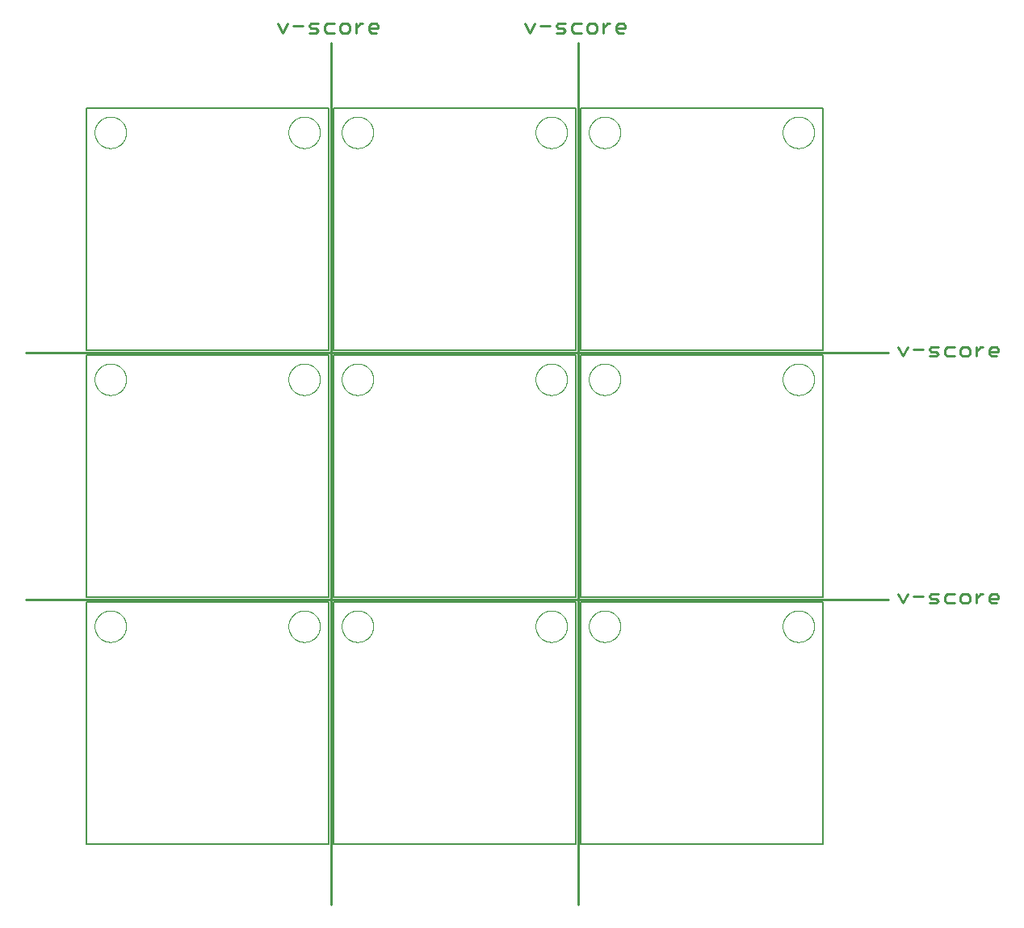
<source format=gko>
G75*
%MOIN*%
%OFA0B0*%
%FSLAX25Y25*%
%IPPOS*%
%LPD*%
%AMOC8*
5,1,8,0,0,1.08239X$1,22.5*
%
%ADD10C,0.00800*%
%ADD11C,0.01000*%
%ADD12C,0.01100*%
%ADD13C,0.00000*%
D10*
X0026500Y0026500D02*
X0126500Y0026500D01*
X0126500Y0126500D01*
X0026500Y0126500D01*
X0026500Y0026500D01*
X0128500Y0026500D02*
X0228500Y0026500D01*
X0228500Y0126500D01*
X0128500Y0126500D01*
X0128500Y0026500D01*
X0230500Y0026500D02*
X0330500Y0026500D01*
X0330500Y0126500D01*
X0230500Y0126500D01*
X0230500Y0026500D01*
X0230500Y0128500D02*
X0330500Y0128500D01*
X0330500Y0228500D01*
X0230500Y0228500D01*
X0230500Y0128500D01*
X0228500Y0128500D02*
X0228500Y0228500D01*
X0128500Y0228500D01*
X0128500Y0128500D01*
X0228500Y0128500D01*
X0126500Y0128500D02*
X0126500Y0228500D01*
X0026500Y0228500D01*
X0026500Y0128500D01*
X0126500Y0128500D01*
X0126500Y0230500D02*
X0026500Y0230500D01*
X0026500Y0330500D01*
X0126500Y0330500D01*
X0126500Y0230500D01*
X0128500Y0230500D02*
X0228500Y0230500D01*
X0228500Y0330500D01*
X0128500Y0330500D01*
X0128500Y0230500D01*
X0230500Y0230500D02*
X0330500Y0230500D01*
X0330500Y0330500D01*
X0230500Y0330500D01*
X0230500Y0230500D01*
D11*
X0357500Y0229500D02*
X0001500Y0229500D01*
X0001500Y0127500D02*
X0357500Y0127500D01*
X0229500Y0001500D02*
X0229500Y0357500D01*
X0127500Y0357500D02*
X0127500Y0001500D01*
D12*
X0363518Y0126050D02*
X0361550Y0129987D01*
X0365487Y0129987D02*
X0363518Y0126050D01*
X0367995Y0129003D02*
X0371932Y0129003D01*
X0374441Y0129003D02*
X0375425Y0129987D01*
X0378378Y0129987D01*
X0377394Y0128018D02*
X0375425Y0128018D01*
X0374441Y0129003D01*
X0374441Y0126050D02*
X0377394Y0126050D01*
X0378378Y0127034D01*
X0377394Y0128018D01*
X0380886Y0127034D02*
X0381871Y0126050D01*
X0384823Y0126050D01*
X0387332Y0127034D02*
X0388316Y0126050D01*
X0390285Y0126050D01*
X0391269Y0127034D01*
X0391269Y0129003D01*
X0390285Y0129987D01*
X0388316Y0129987D01*
X0387332Y0129003D01*
X0387332Y0127034D01*
X0384823Y0129987D02*
X0381871Y0129987D01*
X0380886Y0129003D01*
X0380886Y0127034D01*
X0393777Y0126050D02*
X0393777Y0129987D01*
X0393777Y0128018D02*
X0395746Y0129987D01*
X0396730Y0129987D01*
X0399149Y0129003D02*
X0400133Y0129987D01*
X0402101Y0129987D01*
X0403085Y0129003D01*
X0403085Y0128018D01*
X0399149Y0128018D01*
X0399149Y0127034D02*
X0399149Y0129003D01*
X0399149Y0127034D02*
X0400133Y0126050D01*
X0402101Y0126050D01*
X0402101Y0228050D02*
X0400133Y0228050D01*
X0399149Y0229034D01*
X0399149Y0231003D01*
X0400133Y0231987D01*
X0402101Y0231987D01*
X0403085Y0231003D01*
X0403085Y0230018D01*
X0399149Y0230018D01*
X0396730Y0231987D02*
X0395746Y0231987D01*
X0393777Y0230018D01*
X0393777Y0228050D02*
X0393777Y0231987D01*
X0391269Y0231003D02*
X0391269Y0229034D01*
X0390285Y0228050D01*
X0388316Y0228050D01*
X0387332Y0229034D01*
X0387332Y0231003D01*
X0388316Y0231987D01*
X0390285Y0231987D01*
X0391269Y0231003D01*
X0384823Y0231987D02*
X0381871Y0231987D01*
X0380886Y0231003D01*
X0380886Y0229034D01*
X0381871Y0228050D01*
X0384823Y0228050D01*
X0378378Y0229034D02*
X0377394Y0230018D01*
X0375425Y0230018D01*
X0374441Y0231003D01*
X0375425Y0231987D01*
X0378378Y0231987D01*
X0378378Y0229034D02*
X0377394Y0228050D01*
X0374441Y0228050D01*
X0371932Y0231003D02*
X0367995Y0231003D01*
X0365487Y0231987D02*
X0363518Y0228050D01*
X0361550Y0231987D01*
X0248101Y0361550D02*
X0246133Y0361550D01*
X0245149Y0362534D01*
X0245149Y0364503D01*
X0246133Y0365487D01*
X0248101Y0365487D01*
X0249085Y0364503D01*
X0249085Y0363518D01*
X0245149Y0363518D01*
X0242730Y0365487D02*
X0241746Y0365487D01*
X0239777Y0363518D01*
X0239777Y0361550D02*
X0239777Y0365487D01*
X0237269Y0364503D02*
X0236285Y0365487D01*
X0234316Y0365487D01*
X0233332Y0364503D01*
X0233332Y0362534D01*
X0234316Y0361550D01*
X0236285Y0361550D01*
X0237269Y0362534D01*
X0237269Y0364503D01*
X0230823Y0365487D02*
X0227871Y0365487D01*
X0226886Y0364503D01*
X0226886Y0362534D01*
X0227871Y0361550D01*
X0230823Y0361550D01*
X0224378Y0362534D02*
X0223394Y0363518D01*
X0221425Y0363518D01*
X0220441Y0364503D01*
X0221425Y0365487D01*
X0224378Y0365487D01*
X0224378Y0362534D02*
X0223394Y0361550D01*
X0220441Y0361550D01*
X0217932Y0364503D02*
X0213995Y0364503D01*
X0211487Y0365487D02*
X0209518Y0361550D01*
X0207550Y0365487D01*
X0147085Y0364503D02*
X0147085Y0363518D01*
X0143149Y0363518D01*
X0143149Y0362534D02*
X0143149Y0364503D01*
X0144133Y0365487D01*
X0146101Y0365487D01*
X0147085Y0364503D01*
X0146101Y0361550D02*
X0144133Y0361550D01*
X0143149Y0362534D01*
X0140730Y0365487D02*
X0139746Y0365487D01*
X0137777Y0363518D01*
X0137777Y0361550D02*
X0137777Y0365487D01*
X0135269Y0364503D02*
X0134285Y0365487D01*
X0132316Y0365487D01*
X0131332Y0364503D01*
X0131332Y0362534D01*
X0132316Y0361550D01*
X0134285Y0361550D01*
X0135269Y0362534D01*
X0135269Y0364503D01*
X0128823Y0365487D02*
X0125871Y0365487D01*
X0124886Y0364503D01*
X0124886Y0362534D01*
X0125871Y0361550D01*
X0128823Y0361550D01*
X0122378Y0362534D02*
X0121394Y0363518D01*
X0119425Y0363518D01*
X0118441Y0364503D01*
X0119425Y0365487D01*
X0122378Y0365487D01*
X0122378Y0362534D02*
X0121394Y0361550D01*
X0118441Y0361550D01*
X0115932Y0364503D02*
X0111995Y0364503D01*
X0109487Y0365487D02*
X0107518Y0361550D01*
X0105550Y0365487D01*
D13*
X0110000Y0320500D02*
X0110002Y0320661D01*
X0110008Y0320821D01*
X0110018Y0320982D01*
X0110032Y0321142D01*
X0110050Y0321302D01*
X0110071Y0321461D01*
X0110097Y0321620D01*
X0110127Y0321778D01*
X0110160Y0321935D01*
X0110198Y0322092D01*
X0110239Y0322247D01*
X0110284Y0322401D01*
X0110333Y0322554D01*
X0110386Y0322706D01*
X0110442Y0322857D01*
X0110503Y0323006D01*
X0110566Y0323154D01*
X0110634Y0323300D01*
X0110705Y0323444D01*
X0110779Y0323586D01*
X0110857Y0323727D01*
X0110939Y0323865D01*
X0111024Y0324002D01*
X0111112Y0324136D01*
X0111204Y0324268D01*
X0111299Y0324398D01*
X0111397Y0324526D01*
X0111498Y0324651D01*
X0111602Y0324773D01*
X0111709Y0324893D01*
X0111819Y0325010D01*
X0111932Y0325125D01*
X0112048Y0325236D01*
X0112167Y0325345D01*
X0112288Y0325450D01*
X0112412Y0325553D01*
X0112538Y0325653D01*
X0112666Y0325749D01*
X0112797Y0325842D01*
X0112931Y0325932D01*
X0113066Y0326019D01*
X0113204Y0326102D01*
X0113343Y0326182D01*
X0113485Y0326258D01*
X0113628Y0326331D01*
X0113773Y0326400D01*
X0113920Y0326466D01*
X0114068Y0326528D01*
X0114218Y0326586D01*
X0114369Y0326641D01*
X0114522Y0326692D01*
X0114676Y0326739D01*
X0114831Y0326782D01*
X0114987Y0326821D01*
X0115143Y0326857D01*
X0115301Y0326888D01*
X0115459Y0326916D01*
X0115618Y0326940D01*
X0115778Y0326960D01*
X0115938Y0326976D01*
X0116098Y0326988D01*
X0116259Y0326996D01*
X0116420Y0327000D01*
X0116580Y0327000D01*
X0116741Y0326996D01*
X0116902Y0326988D01*
X0117062Y0326976D01*
X0117222Y0326960D01*
X0117382Y0326940D01*
X0117541Y0326916D01*
X0117699Y0326888D01*
X0117857Y0326857D01*
X0118013Y0326821D01*
X0118169Y0326782D01*
X0118324Y0326739D01*
X0118478Y0326692D01*
X0118631Y0326641D01*
X0118782Y0326586D01*
X0118932Y0326528D01*
X0119080Y0326466D01*
X0119227Y0326400D01*
X0119372Y0326331D01*
X0119515Y0326258D01*
X0119657Y0326182D01*
X0119796Y0326102D01*
X0119934Y0326019D01*
X0120069Y0325932D01*
X0120203Y0325842D01*
X0120334Y0325749D01*
X0120462Y0325653D01*
X0120588Y0325553D01*
X0120712Y0325450D01*
X0120833Y0325345D01*
X0120952Y0325236D01*
X0121068Y0325125D01*
X0121181Y0325010D01*
X0121291Y0324893D01*
X0121398Y0324773D01*
X0121502Y0324651D01*
X0121603Y0324526D01*
X0121701Y0324398D01*
X0121796Y0324268D01*
X0121888Y0324136D01*
X0121976Y0324002D01*
X0122061Y0323865D01*
X0122143Y0323727D01*
X0122221Y0323586D01*
X0122295Y0323444D01*
X0122366Y0323300D01*
X0122434Y0323154D01*
X0122497Y0323006D01*
X0122558Y0322857D01*
X0122614Y0322706D01*
X0122667Y0322554D01*
X0122716Y0322401D01*
X0122761Y0322247D01*
X0122802Y0322092D01*
X0122840Y0321935D01*
X0122873Y0321778D01*
X0122903Y0321620D01*
X0122929Y0321461D01*
X0122950Y0321302D01*
X0122968Y0321142D01*
X0122982Y0320982D01*
X0122992Y0320821D01*
X0122998Y0320661D01*
X0123000Y0320500D01*
X0122998Y0320339D01*
X0122992Y0320179D01*
X0122982Y0320018D01*
X0122968Y0319858D01*
X0122950Y0319698D01*
X0122929Y0319539D01*
X0122903Y0319380D01*
X0122873Y0319222D01*
X0122840Y0319065D01*
X0122802Y0318908D01*
X0122761Y0318753D01*
X0122716Y0318599D01*
X0122667Y0318446D01*
X0122614Y0318294D01*
X0122558Y0318143D01*
X0122497Y0317994D01*
X0122434Y0317846D01*
X0122366Y0317700D01*
X0122295Y0317556D01*
X0122221Y0317414D01*
X0122143Y0317273D01*
X0122061Y0317135D01*
X0121976Y0316998D01*
X0121888Y0316864D01*
X0121796Y0316732D01*
X0121701Y0316602D01*
X0121603Y0316474D01*
X0121502Y0316349D01*
X0121398Y0316227D01*
X0121291Y0316107D01*
X0121181Y0315990D01*
X0121068Y0315875D01*
X0120952Y0315764D01*
X0120833Y0315655D01*
X0120712Y0315550D01*
X0120588Y0315447D01*
X0120462Y0315347D01*
X0120334Y0315251D01*
X0120203Y0315158D01*
X0120069Y0315068D01*
X0119934Y0314981D01*
X0119796Y0314898D01*
X0119657Y0314818D01*
X0119515Y0314742D01*
X0119372Y0314669D01*
X0119227Y0314600D01*
X0119080Y0314534D01*
X0118932Y0314472D01*
X0118782Y0314414D01*
X0118631Y0314359D01*
X0118478Y0314308D01*
X0118324Y0314261D01*
X0118169Y0314218D01*
X0118013Y0314179D01*
X0117857Y0314143D01*
X0117699Y0314112D01*
X0117541Y0314084D01*
X0117382Y0314060D01*
X0117222Y0314040D01*
X0117062Y0314024D01*
X0116902Y0314012D01*
X0116741Y0314004D01*
X0116580Y0314000D01*
X0116420Y0314000D01*
X0116259Y0314004D01*
X0116098Y0314012D01*
X0115938Y0314024D01*
X0115778Y0314040D01*
X0115618Y0314060D01*
X0115459Y0314084D01*
X0115301Y0314112D01*
X0115143Y0314143D01*
X0114987Y0314179D01*
X0114831Y0314218D01*
X0114676Y0314261D01*
X0114522Y0314308D01*
X0114369Y0314359D01*
X0114218Y0314414D01*
X0114068Y0314472D01*
X0113920Y0314534D01*
X0113773Y0314600D01*
X0113628Y0314669D01*
X0113485Y0314742D01*
X0113343Y0314818D01*
X0113204Y0314898D01*
X0113066Y0314981D01*
X0112931Y0315068D01*
X0112797Y0315158D01*
X0112666Y0315251D01*
X0112538Y0315347D01*
X0112412Y0315447D01*
X0112288Y0315550D01*
X0112167Y0315655D01*
X0112048Y0315764D01*
X0111932Y0315875D01*
X0111819Y0315990D01*
X0111709Y0316107D01*
X0111602Y0316227D01*
X0111498Y0316349D01*
X0111397Y0316474D01*
X0111299Y0316602D01*
X0111204Y0316732D01*
X0111112Y0316864D01*
X0111024Y0316998D01*
X0110939Y0317135D01*
X0110857Y0317273D01*
X0110779Y0317414D01*
X0110705Y0317556D01*
X0110634Y0317700D01*
X0110566Y0317846D01*
X0110503Y0317994D01*
X0110442Y0318143D01*
X0110386Y0318294D01*
X0110333Y0318446D01*
X0110284Y0318599D01*
X0110239Y0318753D01*
X0110198Y0318908D01*
X0110160Y0319065D01*
X0110127Y0319222D01*
X0110097Y0319380D01*
X0110071Y0319539D01*
X0110050Y0319698D01*
X0110032Y0319858D01*
X0110018Y0320018D01*
X0110008Y0320179D01*
X0110002Y0320339D01*
X0110000Y0320500D01*
X0132000Y0320500D02*
X0132002Y0320661D01*
X0132008Y0320821D01*
X0132018Y0320982D01*
X0132032Y0321142D01*
X0132050Y0321302D01*
X0132071Y0321461D01*
X0132097Y0321620D01*
X0132127Y0321778D01*
X0132160Y0321935D01*
X0132198Y0322092D01*
X0132239Y0322247D01*
X0132284Y0322401D01*
X0132333Y0322554D01*
X0132386Y0322706D01*
X0132442Y0322857D01*
X0132503Y0323006D01*
X0132566Y0323154D01*
X0132634Y0323300D01*
X0132705Y0323444D01*
X0132779Y0323586D01*
X0132857Y0323727D01*
X0132939Y0323865D01*
X0133024Y0324002D01*
X0133112Y0324136D01*
X0133204Y0324268D01*
X0133299Y0324398D01*
X0133397Y0324526D01*
X0133498Y0324651D01*
X0133602Y0324773D01*
X0133709Y0324893D01*
X0133819Y0325010D01*
X0133932Y0325125D01*
X0134048Y0325236D01*
X0134167Y0325345D01*
X0134288Y0325450D01*
X0134412Y0325553D01*
X0134538Y0325653D01*
X0134666Y0325749D01*
X0134797Y0325842D01*
X0134931Y0325932D01*
X0135066Y0326019D01*
X0135204Y0326102D01*
X0135343Y0326182D01*
X0135485Y0326258D01*
X0135628Y0326331D01*
X0135773Y0326400D01*
X0135920Y0326466D01*
X0136068Y0326528D01*
X0136218Y0326586D01*
X0136369Y0326641D01*
X0136522Y0326692D01*
X0136676Y0326739D01*
X0136831Y0326782D01*
X0136987Y0326821D01*
X0137143Y0326857D01*
X0137301Y0326888D01*
X0137459Y0326916D01*
X0137618Y0326940D01*
X0137778Y0326960D01*
X0137938Y0326976D01*
X0138098Y0326988D01*
X0138259Y0326996D01*
X0138420Y0327000D01*
X0138580Y0327000D01*
X0138741Y0326996D01*
X0138902Y0326988D01*
X0139062Y0326976D01*
X0139222Y0326960D01*
X0139382Y0326940D01*
X0139541Y0326916D01*
X0139699Y0326888D01*
X0139857Y0326857D01*
X0140013Y0326821D01*
X0140169Y0326782D01*
X0140324Y0326739D01*
X0140478Y0326692D01*
X0140631Y0326641D01*
X0140782Y0326586D01*
X0140932Y0326528D01*
X0141080Y0326466D01*
X0141227Y0326400D01*
X0141372Y0326331D01*
X0141515Y0326258D01*
X0141657Y0326182D01*
X0141796Y0326102D01*
X0141934Y0326019D01*
X0142069Y0325932D01*
X0142203Y0325842D01*
X0142334Y0325749D01*
X0142462Y0325653D01*
X0142588Y0325553D01*
X0142712Y0325450D01*
X0142833Y0325345D01*
X0142952Y0325236D01*
X0143068Y0325125D01*
X0143181Y0325010D01*
X0143291Y0324893D01*
X0143398Y0324773D01*
X0143502Y0324651D01*
X0143603Y0324526D01*
X0143701Y0324398D01*
X0143796Y0324268D01*
X0143888Y0324136D01*
X0143976Y0324002D01*
X0144061Y0323865D01*
X0144143Y0323727D01*
X0144221Y0323586D01*
X0144295Y0323444D01*
X0144366Y0323300D01*
X0144434Y0323154D01*
X0144497Y0323006D01*
X0144558Y0322857D01*
X0144614Y0322706D01*
X0144667Y0322554D01*
X0144716Y0322401D01*
X0144761Y0322247D01*
X0144802Y0322092D01*
X0144840Y0321935D01*
X0144873Y0321778D01*
X0144903Y0321620D01*
X0144929Y0321461D01*
X0144950Y0321302D01*
X0144968Y0321142D01*
X0144982Y0320982D01*
X0144992Y0320821D01*
X0144998Y0320661D01*
X0145000Y0320500D01*
X0144998Y0320339D01*
X0144992Y0320179D01*
X0144982Y0320018D01*
X0144968Y0319858D01*
X0144950Y0319698D01*
X0144929Y0319539D01*
X0144903Y0319380D01*
X0144873Y0319222D01*
X0144840Y0319065D01*
X0144802Y0318908D01*
X0144761Y0318753D01*
X0144716Y0318599D01*
X0144667Y0318446D01*
X0144614Y0318294D01*
X0144558Y0318143D01*
X0144497Y0317994D01*
X0144434Y0317846D01*
X0144366Y0317700D01*
X0144295Y0317556D01*
X0144221Y0317414D01*
X0144143Y0317273D01*
X0144061Y0317135D01*
X0143976Y0316998D01*
X0143888Y0316864D01*
X0143796Y0316732D01*
X0143701Y0316602D01*
X0143603Y0316474D01*
X0143502Y0316349D01*
X0143398Y0316227D01*
X0143291Y0316107D01*
X0143181Y0315990D01*
X0143068Y0315875D01*
X0142952Y0315764D01*
X0142833Y0315655D01*
X0142712Y0315550D01*
X0142588Y0315447D01*
X0142462Y0315347D01*
X0142334Y0315251D01*
X0142203Y0315158D01*
X0142069Y0315068D01*
X0141934Y0314981D01*
X0141796Y0314898D01*
X0141657Y0314818D01*
X0141515Y0314742D01*
X0141372Y0314669D01*
X0141227Y0314600D01*
X0141080Y0314534D01*
X0140932Y0314472D01*
X0140782Y0314414D01*
X0140631Y0314359D01*
X0140478Y0314308D01*
X0140324Y0314261D01*
X0140169Y0314218D01*
X0140013Y0314179D01*
X0139857Y0314143D01*
X0139699Y0314112D01*
X0139541Y0314084D01*
X0139382Y0314060D01*
X0139222Y0314040D01*
X0139062Y0314024D01*
X0138902Y0314012D01*
X0138741Y0314004D01*
X0138580Y0314000D01*
X0138420Y0314000D01*
X0138259Y0314004D01*
X0138098Y0314012D01*
X0137938Y0314024D01*
X0137778Y0314040D01*
X0137618Y0314060D01*
X0137459Y0314084D01*
X0137301Y0314112D01*
X0137143Y0314143D01*
X0136987Y0314179D01*
X0136831Y0314218D01*
X0136676Y0314261D01*
X0136522Y0314308D01*
X0136369Y0314359D01*
X0136218Y0314414D01*
X0136068Y0314472D01*
X0135920Y0314534D01*
X0135773Y0314600D01*
X0135628Y0314669D01*
X0135485Y0314742D01*
X0135343Y0314818D01*
X0135204Y0314898D01*
X0135066Y0314981D01*
X0134931Y0315068D01*
X0134797Y0315158D01*
X0134666Y0315251D01*
X0134538Y0315347D01*
X0134412Y0315447D01*
X0134288Y0315550D01*
X0134167Y0315655D01*
X0134048Y0315764D01*
X0133932Y0315875D01*
X0133819Y0315990D01*
X0133709Y0316107D01*
X0133602Y0316227D01*
X0133498Y0316349D01*
X0133397Y0316474D01*
X0133299Y0316602D01*
X0133204Y0316732D01*
X0133112Y0316864D01*
X0133024Y0316998D01*
X0132939Y0317135D01*
X0132857Y0317273D01*
X0132779Y0317414D01*
X0132705Y0317556D01*
X0132634Y0317700D01*
X0132566Y0317846D01*
X0132503Y0317994D01*
X0132442Y0318143D01*
X0132386Y0318294D01*
X0132333Y0318446D01*
X0132284Y0318599D01*
X0132239Y0318753D01*
X0132198Y0318908D01*
X0132160Y0319065D01*
X0132127Y0319222D01*
X0132097Y0319380D01*
X0132071Y0319539D01*
X0132050Y0319698D01*
X0132032Y0319858D01*
X0132018Y0320018D01*
X0132008Y0320179D01*
X0132002Y0320339D01*
X0132000Y0320500D01*
X0212000Y0320500D02*
X0212002Y0320661D01*
X0212008Y0320821D01*
X0212018Y0320982D01*
X0212032Y0321142D01*
X0212050Y0321302D01*
X0212071Y0321461D01*
X0212097Y0321620D01*
X0212127Y0321778D01*
X0212160Y0321935D01*
X0212198Y0322092D01*
X0212239Y0322247D01*
X0212284Y0322401D01*
X0212333Y0322554D01*
X0212386Y0322706D01*
X0212442Y0322857D01*
X0212503Y0323006D01*
X0212566Y0323154D01*
X0212634Y0323300D01*
X0212705Y0323444D01*
X0212779Y0323586D01*
X0212857Y0323727D01*
X0212939Y0323865D01*
X0213024Y0324002D01*
X0213112Y0324136D01*
X0213204Y0324268D01*
X0213299Y0324398D01*
X0213397Y0324526D01*
X0213498Y0324651D01*
X0213602Y0324773D01*
X0213709Y0324893D01*
X0213819Y0325010D01*
X0213932Y0325125D01*
X0214048Y0325236D01*
X0214167Y0325345D01*
X0214288Y0325450D01*
X0214412Y0325553D01*
X0214538Y0325653D01*
X0214666Y0325749D01*
X0214797Y0325842D01*
X0214931Y0325932D01*
X0215066Y0326019D01*
X0215204Y0326102D01*
X0215343Y0326182D01*
X0215485Y0326258D01*
X0215628Y0326331D01*
X0215773Y0326400D01*
X0215920Y0326466D01*
X0216068Y0326528D01*
X0216218Y0326586D01*
X0216369Y0326641D01*
X0216522Y0326692D01*
X0216676Y0326739D01*
X0216831Y0326782D01*
X0216987Y0326821D01*
X0217143Y0326857D01*
X0217301Y0326888D01*
X0217459Y0326916D01*
X0217618Y0326940D01*
X0217778Y0326960D01*
X0217938Y0326976D01*
X0218098Y0326988D01*
X0218259Y0326996D01*
X0218420Y0327000D01*
X0218580Y0327000D01*
X0218741Y0326996D01*
X0218902Y0326988D01*
X0219062Y0326976D01*
X0219222Y0326960D01*
X0219382Y0326940D01*
X0219541Y0326916D01*
X0219699Y0326888D01*
X0219857Y0326857D01*
X0220013Y0326821D01*
X0220169Y0326782D01*
X0220324Y0326739D01*
X0220478Y0326692D01*
X0220631Y0326641D01*
X0220782Y0326586D01*
X0220932Y0326528D01*
X0221080Y0326466D01*
X0221227Y0326400D01*
X0221372Y0326331D01*
X0221515Y0326258D01*
X0221657Y0326182D01*
X0221796Y0326102D01*
X0221934Y0326019D01*
X0222069Y0325932D01*
X0222203Y0325842D01*
X0222334Y0325749D01*
X0222462Y0325653D01*
X0222588Y0325553D01*
X0222712Y0325450D01*
X0222833Y0325345D01*
X0222952Y0325236D01*
X0223068Y0325125D01*
X0223181Y0325010D01*
X0223291Y0324893D01*
X0223398Y0324773D01*
X0223502Y0324651D01*
X0223603Y0324526D01*
X0223701Y0324398D01*
X0223796Y0324268D01*
X0223888Y0324136D01*
X0223976Y0324002D01*
X0224061Y0323865D01*
X0224143Y0323727D01*
X0224221Y0323586D01*
X0224295Y0323444D01*
X0224366Y0323300D01*
X0224434Y0323154D01*
X0224497Y0323006D01*
X0224558Y0322857D01*
X0224614Y0322706D01*
X0224667Y0322554D01*
X0224716Y0322401D01*
X0224761Y0322247D01*
X0224802Y0322092D01*
X0224840Y0321935D01*
X0224873Y0321778D01*
X0224903Y0321620D01*
X0224929Y0321461D01*
X0224950Y0321302D01*
X0224968Y0321142D01*
X0224982Y0320982D01*
X0224992Y0320821D01*
X0224998Y0320661D01*
X0225000Y0320500D01*
X0224998Y0320339D01*
X0224992Y0320179D01*
X0224982Y0320018D01*
X0224968Y0319858D01*
X0224950Y0319698D01*
X0224929Y0319539D01*
X0224903Y0319380D01*
X0224873Y0319222D01*
X0224840Y0319065D01*
X0224802Y0318908D01*
X0224761Y0318753D01*
X0224716Y0318599D01*
X0224667Y0318446D01*
X0224614Y0318294D01*
X0224558Y0318143D01*
X0224497Y0317994D01*
X0224434Y0317846D01*
X0224366Y0317700D01*
X0224295Y0317556D01*
X0224221Y0317414D01*
X0224143Y0317273D01*
X0224061Y0317135D01*
X0223976Y0316998D01*
X0223888Y0316864D01*
X0223796Y0316732D01*
X0223701Y0316602D01*
X0223603Y0316474D01*
X0223502Y0316349D01*
X0223398Y0316227D01*
X0223291Y0316107D01*
X0223181Y0315990D01*
X0223068Y0315875D01*
X0222952Y0315764D01*
X0222833Y0315655D01*
X0222712Y0315550D01*
X0222588Y0315447D01*
X0222462Y0315347D01*
X0222334Y0315251D01*
X0222203Y0315158D01*
X0222069Y0315068D01*
X0221934Y0314981D01*
X0221796Y0314898D01*
X0221657Y0314818D01*
X0221515Y0314742D01*
X0221372Y0314669D01*
X0221227Y0314600D01*
X0221080Y0314534D01*
X0220932Y0314472D01*
X0220782Y0314414D01*
X0220631Y0314359D01*
X0220478Y0314308D01*
X0220324Y0314261D01*
X0220169Y0314218D01*
X0220013Y0314179D01*
X0219857Y0314143D01*
X0219699Y0314112D01*
X0219541Y0314084D01*
X0219382Y0314060D01*
X0219222Y0314040D01*
X0219062Y0314024D01*
X0218902Y0314012D01*
X0218741Y0314004D01*
X0218580Y0314000D01*
X0218420Y0314000D01*
X0218259Y0314004D01*
X0218098Y0314012D01*
X0217938Y0314024D01*
X0217778Y0314040D01*
X0217618Y0314060D01*
X0217459Y0314084D01*
X0217301Y0314112D01*
X0217143Y0314143D01*
X0216987Y0314179D01*
X0216831Y0314218D01*
X0216676Y0314261D01*
X0216522Y0314308D01*
X0216369Y0314359D01*
X0216218Y0314414D01*
X0216068Y0314472D01*
X0215920Y0314534D01*
X0215773Y0314600D01*
X0215628Y0314669D01*
X0215485Y0314742D01*
X0215343Y0314818D01*
X0215204Y0314898D01*
X0215066Y0314981D01*
X0214931Y0315068D01*
X0214797Y0315158D01*
X0214666Y0315251D01*
X0214538Y0315347D01*
X0214412Y0315447D01*
X0214288Y0315550D01*
X0214167Y0315655D01*
X0214048Y0315764D01*
X0213932Y0315875D01*
X0213819Y0315990D01*
X0213709Y0316107D01*
X0213602Y0316227D01*
X0213498Y0316349D01*
X0213397Y0316474D01*
X0213299Y0316602D01*
X0213204Y0316732D01*
X0213112Y0316864D01*
X0213024Y0316998D01*
X0212939Y0317135D01*
X0212857Y0317273D01*
X0212779Y0317414D01*
X0212705Y0317556D01*
X0212634Y0317700D01*
X0212566Y0317846D01*
X0212503Y0317994D01*
X0212442Y0318143D01*
X0212386Y0318294D01*
X0212333Y0318446D01*
X0212284Y0318599D01*
X0212239Y0318753D01*
X0212198Y0318908D01*
X0212160Y0319065D01*
X0212127Y0319222D01*
X0212097Y0319380D01*
X0212071Y0319539D01*
X0212050Y0319698D01*
X0212032Y0319858D01*
X0212018Y0320018D01*
X0212008Y0320179D01*
X0212002Y0320339D01*
X0212000Y0320500D01*
X0234000Y0320500D02*
X0234002Y0320661D01*
X0234008Y0320821D01*
X0234018Y0320982D01*
X0234032Y0321142D01*
X0234050Y0321302D01*
X0234071Y0321461D01*
X0234097Y0321620D01*
X0234127Y0321778D01*
X0234160Y0321935D01*
X0234198Y0322092D01*
X0234239Y0322247D01*
X0234284Y0322401D01*
X0234333Y0322554D01*
X0234386Y0322706D01*
X0234442Y0322857D01*
X0234503Y0323006D01*
X0234566Y0323154D01*
X0234634Y0323300D01*
X0234705Y0323444D01*
X0234779Y0323586D01*
X0234857Y0323727D01*
X0234939Y0323865D01*
X0235024Y0324002D01*
X0235112Y0324136D01*
X0235204Y0324268D01*
X0235299Y0324398D01*
X0235397Y0324526D01*
X0235498Y0324651D01*
X0235602Y0324773D01*
X0235709Y0324893D01*
X0235819Y0325010D01*
X0235932Y0325125D01*
X0236048Y0325236D01*
X0236167Y0325345D01*
X0236288Y0325450D01*
X0236412Y0325553D01*
X0236538Y0325653D01*
X0236666Y0325749D01*
X0236797Y0325842D01*
X0236931Y0325932D01*
X0237066Y0326019D01*
X0237204Y0326102D01*
X0237343Y0326182D01*
X0237485Y0326258D01*
X0237628Y0326331D01*
X0237773Y0326400D01*
X0237920Y0326466D01*
X0238068Y0326528D01*
X0238218Y0326586D01*
X0238369Y0326641D01*
X0238522Y0326692D01*
X0238676Y0326739D01*
X0238831Y0326782D01*
X0238987Y0326821D01*
X0239143Y0326857D01*
X0239301Y0326888D01*
X0239459Y0326916D01*
X0239618Y0326940D01*
X0239778Y0326960D01*
X0239938Y0326976D01*
X0240098Y0326988D01*
X0240259Y0326996D01*
X0240420Y0327000D01*
X0240580Y0327000D01*
X0240741Y0326996D01*
X0240902Y0326988D01*
X0241062Y0326976D01*
X0241222Y0326960D01*
X0241382Y0326940D01*
X0241541Y0326916D01*
X0241699Y0326888D01*
X0241857Y0326857D01*
X0242013Y0326821D01*
X0242169Y0326782D01*
X0242324Y0326739D01*
X0242478Y0326692D01*
X0242631Y0326641D01*
X0242782Y0326586D01*
X0242932Y0326528D01*
X0243080Y0326466D01*
X0243227Y0326400D01*
X0243372Y0326331D01*
X0243515Y0326258D01*
X0243657Y0326182D01*
X0243796Y0326102D01*
X0243934Y0326019D01*
X0244069Y0325932D01*
X0244203Y0325842D01*
X0244334Y0325749D01*
X0244462Y0325653D01*
X0244588Y0325553D01*
X0244712Y0325450D01*
X0244833Y0325345D01*
X0244952Y0325236D01*
X0245068Y0325125D01*
X0245181Y0325010D01*
X0245291Y0324893D01*
X0245398Y0324773D01*
X0245502Y0324651D01*
X0245603Y0324526D01*
X0245701Y0324398D01*
X0245796Y0324268D01*
X0245888Y0324136D01*
X0245976Y0324002D01*
X0246061Y0323865D01*
X0246143Y0323727D01*
X0246221Y0323586D01*
X0246295Y0323444D01*
X0246366Y0323300D01*
X0246434Y0323154D01*
X0246497Y0323006D01*
X0246558Y0322857D01*
X0246614Y0322706D01*
X0246667Y0322554D01*
X0246716Y0322401D01*
X0246761Y0322247D01*
X0246802Y0322092D01*
X0246840Y0321935D01*
X0246873Y0321778D01*
X0246903Y0321620D01*
X0246929Y0321461D01*
X0246950Y0321302D01*
X0246968Y0321142D01*
X0246982Y0320982D01*
X0246992Y0320821D01*
X0246998Y0320661D01*
X0247000Y0320500D01*
X0246998Y0320339D01*
X0246992Y0320179D01*
X0246982Y0320018D01*
X0246968Y0319858D01*
X0246950Y0319698D01*
X0246929Y0319539D01*
X0246903Y0319380D01*
X0246873Y0319222D01*
X0246840Y0319065D01*
X0246802Y0318908D01*
X0246761Y0318753D01*
X0246716Y0318599D01*
X0246667Y0318446D01*
X0246614Y0318294D01*
X0246558Y0318143D01*
X0246497Y0317994D01*
X0246434Y0317846D01*
X0246366Y0317700D01*
X0246295Y0317556D01*
X0246221Y0317414D01*
X0246143Y0317273D01*
X0246061Y0317135D01*
X0245976Y0316998D01*
X0245888Y0316864D01*
X0245796Y0316732D01*
X0245701Y0316602D01*
X0245603Y0316474D01*
X0245502Y0316349D01*
X0245398Y0316227D01*
X0245291Y0316107D01*
X0245181Y0315990D01*
X0245068Y0315875D01*
X0244952Y0315764D01*
X0244833Y0315655D01*
X0244712Y0315550D01*
X0244588Y0315447D01*
X0244462Y0315347D01*
X0244334Y0315251D01*
X0244203Y0315158D01*
X0244069Y0315068D01*
X0243934Y0314981D01*
X0243796Y0314898D01*
X0243657Y0314818D01*
X0243515Y0314742D01*
X0243372Y0314669D01*
X0243227Y0314600D01*
X0243080Y0314534D01*
X0242932Y0314472D01*
X0242782Y0314414D01*
X0242631Y0314359D01*
X0242478Y0314308D01*
X0242324Y0314261D01*
X0242169Y0314218D01*
X0242013Y0314179D01*
X0241857Y0314143D01*
X0241699Y0314112D01*
X0241541Y0314084D01*
X0241382Y0314060D01*
X0241222Y0314040D01*
X0241062Y0314024D01*
X0240902Y0314012D01*
X0240741Y0314004D01*
X0240580Y0314000D01*
X0240420Y0314000D01*
X0240259Y0314004D01*
X0240098Y0314012D01*
X0239938Y0314024D01*
X0239778Y0314040D01*
X0239618Y0314060D01*
X0239459Y0314084D01*
X0239301Y0314112D01*
X0239143Y0314143D01*
X0238987Y0314179D01*
X0238831Y0314218D01*
X0238676Y0314261D01*
X0238522Y0314308D01*
X0238369Y0314359D01*
X0238218Y0314414D01*
X0238068Y0314472D01*
X0237920Y0314534D01*
X0237773Y0314600D01*
X0237628Y0314669D01*
X0237485Y0314742D01*
X0237343Y0314818D01*
X0237204Y0314898D01*
X0237066Y0314981D01*
X0236931Y0315068D01*
X0236797Y0315158D01*
X0236666Y0315251D01*
X0236538Y0315347D01*
X0236412Y0315447D01*
X0236288Y0315550D01*
X0236167Y0315655D01*
X0236048Y0315764D01*
X0235932Y0315875D01*
X0235819Y0315990D01*
X0235709Y0316107D01*
X0235602Y0316227D01*
X0235498Y0316349D01*
X0235397Y0316474D01*
X0235299Y0316602D01*
X0235204Y0316732D01*
X0235112Y0316864D01*
X0235024Y0316998D01*
X0234939Y0317135D01*
X0234857Y0317273D01*
X0234779Y0317414D01*
X0234705Y0317556D01*
X0234634Y0317700D01*
X0234566Y0317846D01*
X0234503Y0317994D01*
X0234442Y0318143D01*
X0234386Y0318294D01*
X0234333Y0318446D01*
X0234284Y0318599D01*
X0234239Y0318753D01*
X0234198Y0318908D01*
X0234160Y0319065D01*
X0234127Y0319222D01*
X0234097Y0319380D01*
X0234071Y0319539D01*
X0234050Y0319698D01*
X0234032Y0319858D01*
X0234018Y0320018D01*
X0234008Y0320179D01*
X0234002Y0320339D01*
X0234000Y0320500D01*
X0314000Y0320500D02*
X0314002Y0320661D01*
X0314008Y0320821D01*
X0314018Y0320982D01*
X0314032Y0321142D01*
X0314050Y0321302D01*
X0314071Y0321461D01*
X0314097Y0321620D01*
X0314127Y0321778D01*
X0314160Y0321935D01*
X0314198Y0322092D01*
X0314239Y0322247D01*
X0314284Y0322401D01*
X0314333Y0322554D01*
X0314386Y0322706D01*
X0314442Y0322857D01*
X0314503Y0323006D01*
X0314566Y0323154D01*
X0314634Y0323300D01*
X0314705Y0323444D01*
X0314779Y0323586D01*
X0314857Y0323727D01*
X0314939Y0323865D01*
X0315024Y0324002D01*
X0315112Y0324136D01*
X0315204Y0324268D01*
X0315299Y0324398D01*
X0315397Y0324526D01*
X0315498Y0324651D01*
X0315602Y0324773D01*
X0315709Y0324893D01*
X0315819Y0325010D01*
X0315932Y0325125D01*
X0316048Y0325236D01*
X0316167Y0325345D01*
X0316288Y0325450D01*
X0316412Y0325553D01*
X0316538Y0325653D01*
X0316666Y0325749D01*
X0316797Y0325842D01*
X0316931Y0325932D01*
X0317066Y0326019D01*
X0317204Y0326102D01*
X0317343Y0326182D01*
X0317485Y0326258D01*
X0317628Y0326331D01*
X0317773Y0326400D01*
X0317920Y0326466D01*
X0318068Y0326528D01*
X0318218Y0326586D01*
X0318369Y0326641D01*
X0318522Y0326692D01*
X0318676Y0326739D01*
X0318831Y0326782D01*
X0318987Y0326821D01*
X0319143Y0326857D01*
X0319301Y0326888D01*
X0319459Y0326916D01*
X0319618Y0326940D01*
X0319778Y0326960D01*
X0319938Y0326976D01*
X0320098Y0326988D01*
X0320259Y0326996D01*
X0320420Y0327000D01*
X0320580Y0327000D01*
X0320741Y0326996D01*
X0320902Y0326988D01*
X0321062Y0326976D01*
X0321222Y0326960D01*
X0321382Y0326940D01*
X0321541Y0326916D01*
X0321699Y0326888D01*
X0321857Y0326857D01*
X0322013Y0326821D01*
X0322169Y0326782D01*
X0322324Y0326739D01*
X0322478Y0326692D01*
X0322631Y0326641D01*
X0322782Y0326586D01*
X0322932Y0326528D01*
X0323080Y0326466D01*
X0323227Y0326400D01*
X0323372Y0326331D01*
X0323515Y0326258D01*
X0323657Y0326182D01*
X0323796Y0326102D01*
X0323934Y0326019D01*
X0324069Y0325932D01*
X0324203Y0325842D01*
X0324334Y0325749D01*
X0324462Y0325653D01*
X0324588Y0325553D01*
X0324712Y0325450D01*
X0324833Y0325345D01*
X0324952Y0325236D01*
X0325068Y0325125D01*
X0325181Y0325010D01*
X0325291Y0324893D01*
X0325398Y0324773D01*
X0325502Y0324651D01*
X0325603Y0324526D01*
X0325701Y0324398D01*
X0325796Y0324268D01*
X0325888Y0324136D01*
X0325976Y0324002D01*
X0326061Y0323865D01*
X0326143Y0323727D01*
X0326221Y0323586D01*
X0326295Y0323444D01*
X0326366Y0323300D01*
X0326434Y0323154D01*
X0326497Y0323006D01*
X0326558Y0322857D01*
X0326614Y0322706D01*
X0326667Y0322554D01*
X0326716Y0322401D01*
X0326761Y0322247D01*
X0326802Y0322092D01*
X0326840Y0321935D01*
X0326873Y0321778D01*
X0326903Y0321620D01*
X0326929Y0321461D01*
X0326950Y0321302D01*
X0326968Y0321142D01*
X0326982Y0320982D01*
X0326992Y0320821D01*
X0326998Y0320661D01*
X0327000Y0320500D01*
X0326998Y0320339D01*
X0326992Y0320179D01*
X0326982Y0320018D01*
X0326968Y0319858D01*
X0326950Y0319698D01*
X0326929Y0319539D01*
X0326903Y0319380D01*
X0326873Y0319222D01*
X0326840Y0319065D01*
X0326802Y0318908D01*
X0326761Y0318753D01*
X0326716Y0318599D01*
X0326667Y0318446D01*
X0326614Y0318294D01*
X0326558Y0318143D01*
X0326497Y0317994D01*
X0326434Y0317846D01*
X0326366Y0317700D01*
X0326295Y0317556D01*
X0326221Y0317414D01*
X0326143Y0317273D01*
X0326061Y0317135D01*
X0325976Y0316998D01*
X0325888Y0316864D01*
X0325796Y0316732D01*
X0325701Y0316602D01*
X0325603Y0316474D01*
X0325502Y0316349D01*
X0325398Y0316227D01*
X0325291Y0316107D01*
X0325181Y0315990D01*
X0325068Y0315875D01*
X0324952Y0315764D01*
X0324833Y0315655D01*
X0324712Y0315550D01*
X0324588Y0315447D01*
X0324462Y0315347D01*
X0324334Y0315251D01*
X0324203Y0315158D01*
X0324069Y0315068D01*
X0323934Y0314981D01*
X0323796Y0314898D01*
X0323657Y0314818D01*
X0323515Y0314742D01*
X0323372Y0314669D01*
X0323227Y0314600D01*
X0323080Y0314534D01*
X0322932Y0314472D01*
X0322782Y0314414D01*
X0322631Y0314359D01*
X0322478Y0314308D01*
X0322324Y0314261D01*
X0322169Y0314218D01*
X0322013Y0314179D01*
X0321857Y0314143D01*
X0321699Y0314112D01*
X0321541Y0314084D01*
X0321382Y0314060D01*
X0321222Y0314040D01*
X0321062Y0314024D01*
X0320902Y0314012D01*
X0320741Y0314004D01*
X0320580Y0314000D01*
X0320420Y0314000D01*
X0320259Y0314004D01*
X0320098Y0314012D01*
X0319938Y0314024D01*
X0319778Y0314040D01*
X0319618Y0314060D01*
X0319459Y0314084D01*
X0319301Y0314112D01*
X0319143Y0314143D01*
X0318987Y0314179D01*
X0318831Y0314218D01*
X0318676Y0314261D01*
X0318522Y0314308D01*
X0318369Y0314359D01*
X0318218Y0314414D01*
X0318068Y0314472D01*
X0317920Y0314534D01*
X0317773Y0314600D01*
X0317628Y0314669D01*
X0317485Y0314742D01*
X0317343Y0314818D01*
X0317204Y0314898D01*
X0317066Y0314981D01*
X0316931Y0315068D01*
X0316797Y0315158D01*
X0316666Y0315251D01*
X0316538Y0315347D01*
X0316412Y0315447D01*
X0316288Y0315550D01*
X0316167Y0315655D01*
X0316048Y0315764D01*
X0315932Y0315875D01*
X0315819Y0315990D01*
X0315709Y0316107D01*
X0315602Y0316227D01*
X0315498Y0316349D01*
X0315397Y0316474D01*
X0315299Y0316602D01*
X0315204Y0316732D01*
X0315112Y0316864D01*
X0315024Y0316998D01*
X0314939Y0317135D01*
X0314857Y0317273D01*
X0314779Y0317414D01*
X0314705Y0317556D01*
X0314634Y0317700D01*
X0314566Y0317846D01*
X0314503Y0317994D01*
X0314442Y0318143D01*
X0314386Y0318294D01*
X0314333Y0318446D01*
X0314284Y0318599D01*
X0314239Y0318753D01*
X0314198Y0318908D01*
X0314160Y0319065D01*
X0314127Y0319222D01*
X0314097Y0319380D01*
X0314071Y0319539D01*
X0314050Y0319698D01*
X0314032Y0319858D01*
X0314018Y0320018D01*
X0314008Y0320179D01*
X0314002Y0320339D01*
X0314000Y0320500D01*
X0314000Y0218500D02*
X0314002Y0218661D01*
X0314008Y0218821D01*
X0314018Y0218982D01*
X0314032Y0219142D01*
X0314050Y0219302D01*
X0314071Y0219461D01*
X0314097Y0219620D01*
X0314127Y0219778D01*
X0314160Y0219935D01*
X0314198Y0220092D01*
X0314239Y0220247D01*
X0314284Y0220401D01*
X0314333Y0220554D01*
X0314386Y0220706D01*
X0314442Y0220857D01*
X0314503Y0221006D01*
X0314566Y0221154D01*
X0314634Y0221300D01*
X0314705Y0221444D01*
X0314779Y0221586D01*
X0314857Y0221727D01*
X0314939Y0221865D01*
X0315024Y0222002D01*
X0315112Y0222136D01*
X0315204Y0222268D01*
X0315299Y0222398D01*
X0315397Y0222526D01*
X0315498Y0222651D01*
X0315602Y0222773D01*
X0315709Y0222893D01*
X0315819Y0223010D01*
X0315932Y0223125D01*
X0316048Y0223236D01*
X0316167Y0223345D01*
X0316288Y0223450D01*
X0316412Y0223553D01*
X0316538Y0223653D01*
X0316666Y0223749D01*
X0316797Y0223842D01*
X0316931Y0223932D01*
X0317066Y0224019D01*
X0317204Y0224102D01*
X0317343Y0224182D01*
X0317485Y0224258D01*
X0317628Y0224331D01*
X0317773Y0224400D01*
X0317920Y0224466D01*
X0318068Y0224528D01*
X0318218Y0224586D01*
X0318369Y0224641D01*
X0318522Y0224692D01*
X0318676Y0224739D01*
X0318831Y0224782D01*
X0318987Y0224821D01*
X0319143Y0224857D01*
X0319301Y0224888D01*
X0319459Y0224916D01*
X0319618Y0224940D01*
X0319778Y0224960D01*
X0319938Y0224976D01*
X0320098Y0224988D01*
X0320259Y0224996D01*
X0320420Y0225000D01*
X0320580Y0225000D01*
X0320741Y0224996D01*
X0320902Y0224988D01*
X0321062Y0224976D01*
X0321222Y0224960D01*
X0321382Y0224940D01*
X0321541Y0224916D01*
X0321699Y0224888D01*
X0321857Y0224857D01*
X0322013Y0224821D01*
X0322169Y0224782D01*
X0322324Y0224739D01*
X0322478Y0224692D01*
X0322631Y0224641D01*
X0322782Y0224586D01*
X0322932Y0224528D01*
X0323080Y0224466D01*
X0323227Y0224400D01*
X0323372Y0224331D01*
X0323515Y0224258D01*
X0323657Y0224182D01*
X0323796Y0224102D01*
X0323934Y0224019D01*
X0324069Y0223932D01*
X0324203Y0223842D01*
X0324334Y0223749D01*
X0324462Y0223653D01*
X0324588Y0223553D01*
X0324712Y0223450D01*
X0324833Y0223345D01*
X0324952Y0223236D01*
X0325068Y0223125D01*
X0325181Y0223010D01*
X0325291Y0222893D01*
X0325398Y0222773D01*
X0325502Y0222651D01*
X0325603Y0222526D01*
X0325701Y0222398D01*
X0325796Y0222268D01*
X0325888Y0222136D01*
X0325976Y0222002D01*
X0326061Y0221865D01*
X0326143Y0221727D01*
X0326221Y0221586D01*
X0326295Y0221444D01*
X0326366Y0221300D01*
X0326434Y0221154D01*
X0326497Y0221006D01*
X0326558Y0220857D01*
X0326614Y0220706D01*
X0326667Y0220554D01*
X0326716Y0220401D01*
X0326761Y0220247D01*
X0326802Y0220092D01*
X0326840Y0219935D01*
X0326873Y0219778D01*
X0326903Y0219620D01*
X0326929Y0219461D01*
X0326950Y0219302D01*
X0326968Y0219142D01*
X0326982Y0218982D01*
X0326992Y0218821D01*
X0326998Y0218661D01*
X0327000Y0218500D01*
X0326998Y0218339D01*
X0326992Y0218179D01*
X0326982Y0218018D01*
X0326968Y0217858D01*
X0326950Y0217698D01*
X0326929Y0217539D01*
X0326903Y0217380D01*
X0326873Y0217222D01*
X0326840Y0217065D01*
X0326802Y0216908D01*
X0326761Y0216753D01*
X0326716Y0216599D01*
X0326667Y0216446D01*
X0326614Y0216294D01*
X0326558Y0216143D01*
X0326497Y0215994D01*
X0326434Y0215846D01*
X0326366Y0215700D01*
X0326295Y0215556D01*
X0326221Y0215414D01*
X0326143Y0215273D01*
X0326061Y0215135D01*
X0325976Y0214998D01*
X0325888Y0214864D01*
X0325796Y0214732D01*
X0325701Y0214602D01*
X0325603Y0214474D01*
X0325502Y0214349D01*
X0325398Y0214227D01*
X0325291Y0214107D01*
X0325181Y0213990D01*
X0325068Y0213875D01*
X0324952Y0213764D01*
X0324833Y0213655D01*
X0324712Y0213550D01*
X0324588Y0213447D01*
X0324462Y0213347D01*
X0324334Y0213251D01*
X0324203Y0213158D01*
X0324069Y0213068D01*
X0323934Y0212981D01*
X0323796Y0212898D01*
X0323657Y0212818D01*
X0323515Y0212742D01*
X0323372Y0212669D01*
X0323227Y0212600D01*
X0323080Y0212534D01*
X0322932Y0212472D01*
X0322782Y0212414D01*
X0322631Y0212359D01*
X0322478Y0212308D01*
X0322324Y0212261D01*
X0322169Y0212218D01*
X0322013Y0212179D01*
X0321857Y0212143D01*
X0321699Y0212112D01*
X0321541Y0212084D01*
X0321382Y0212060D01*
X0321222Y0212040D01*
X0321062Y0212024D01*
X0320902Y0212012D01*
X0320741Y0212004D01*
X0320580Y0212000D01*
X0320420Y0212000D01*
X0320259Y0212004D01*
X0320098Y0212012D01*
X0319938Y0212024D01*
X0319778Y0212040D01*
X0319618Y0212060D01*
X0319459Y0212084D01*
X0319301Y0212112D01*
X0319143Y0212143D01*
X0318987Y0212179D01*
X0318831Y0212218D01*
X0318676Y0212261D01*
X0318522Y0212308D01*
X0318369Y0212359D01*
X0318218Y0212414D01*
X0318068Y0212472D01*
X0317920Y0212534D01*
X0317773Y0212600D01*
X0317628Y0212669D01*
X0317485Y0212742D01*
X0317343Y0212818D01*
X0317204Y0212898D01*
X0317066Y0212981D01*
X0316931Y0213068D01*
X0316797Y0213158D01*
X0316666Y0213251D01*
X0316538Y0213347D01*
X0316412Y0213447D01*
X0316288Y0213550D01*
X0316167Y0213655D01*
X0316048Y0213764D01*
X0315932Y0213875D01*
X0315819Y0213990D01*
X0315709Y0214107D01*
X0315602Y0214227D01*
X0315498Y0214349D01*
X0315397Y0214474D01*
X0315299Y0214602D01*
X0315204Y0214732D01*
X0315112Y0214864D01*
X0315024Y0214998D01*
X0314939Y0215135D01*
X0314857Y0215273D01*
X0314779Y0215414D01*
X0314705Y0215556D01*
X0314634Y0215700D01*
X0314566Y0215846D01*
X0314503Y0215994D01*
X0314442Y0216143D01*
X0314386Y0216294D01*
X0314333Y0216446D01*
X0314284Y0216599D01*
X0314239Y0216753D01*
X0314198Y0216908D01*
X0314160Y0217065D01*
X0314127Y0217222D01*
X0314097Y0217380D01*
X0314071Y0217539D01*
X0314050Y0217698D01*
X0314032Y0217858D01*
X0314018Y0218018D01*
X0314008Y0218179D01*
X0314002Y0218339D01*
X0314000Y0218500D01*
X0234000Y0218500D02*
X0234002Y0218661D01*
X0234008Y0218821D01*
X0234018Y0218982D01*
X0234032Y0219142D01*
X0234050Y0219302D01*
X0234071Y0219461D01*
X0234097Y0219620D01*
X0234127Y0219778D01*
X0234160Y0219935D01*
X0234198Y0220092D01*
X0234239Y0220247D01*
X0234284Y0220401D01*
X0234333Y0220554D01*
X0234386Y0220706D01*
X0234442Y0220857D01*
X0234503Y0221006D01*
X0234566Y0221154D01*
X0234634Y0221300D01*
X0234705Y0221444D01*
X0234779Y0221586D01*
X0234857Y0221727D01*
X0234939Y0221865D01*
X0235024Y0222002D01*
X0235112Y0222136D01*
X0235204Y0222268D01*
X0235299Y0222398D01*
X0235397Y0222526D01*
X0235498Y0222651D01*
X0235602Y0222773D01*
X0235709Y0222893D01*
X0235819Y0223010D01*
X0235932Y0223125D01*
X0236048Y0223236D01*
X0236167Y0223345D01*
X0236288Y0223450D01*
X0236412Y0223553D01*
X0236538Y0223653D01*
X0236666Y0223749D01*
X0236797Y0223842D01*
X0236931Y0223932D01*
X0237066Y0224019D01*
X0237204Y0224102D01*
X0237343Y0224182D01*
X0237485Y0224258D01*
X0237628Y0224331D01*
X0237773Y0224400D01*
X0237920Y0224466D01*
X0238068Y0224528D01*
X0238218Y0224586D01*
X0238369Y0224641D01*
X0238522Y0224692D01*
X0238676Y0224739D01*
X0238831Y0224782D01*
X0238987Y0224821D01*
X0239143Y0224857D01*
X0239301Y0224888D01*
X0239459Y0224916D01*
X0239618Y0224940D01*
X0239778Y0224960D01*
X0239938Y0224976D01*
X0240098Y0224988D01*
X0240259Y0224996D01*
X0240420Y0225000D01*
X0240580Y0225000D01*
X0240741Y0224996D01*
X0240902Y0224988D01*
X0241062Y0224976D01*
X0241222Y0224960D01*
X0241382Y0224940D01*
X0241541Y0224916D01*
X0241699Y0224888D01*
X0241857Y0224857D01*
X0242013Y0224821D01*
X0242169Y0224782D01*
X0242324Y0224739D01*
X0242478Y0224692D01*
X0242631Y0224641D01*
X0242782Y0224586D01*
X0242932Y0224528D01*
X0243080Y0224466D01*
X0243227Y0224400D01*
X0243372Y0224331D01*
X0243515Y0224258D01*
X0243657Y0224182D01*
X0243796Y0224102D01*
X0243934Y0224019D01*
X0244069Y0223932D01*
X0244203Y0223842D01*
X0244334Y0223749D01*
X0244462Y0223653D01*
X0244588Y0223553D01*
X0244712Y0223450D01*
X0244833Y0223345D01*
X0244952Y0223236D01*
X0245068Y0223125D01*
X0245181Y0223010D01*
X0245291Y0222893D01*
X0245398Y0222773D01*
X0245502Y0222651D01*
X0245603Y0222526D01*
X0245701Y0222398D01*
X0245796Y0222268D01*
X0245888Y0222136D01*
X0245976Y0222002D01*
X0246061Y0221865D01*
X0246143Y0221727D01*
X0246221Y0221586D01*
X0246295Y0221444D01*
X0246366Y0221300D01*
X0246434Y0221154D01*
X0246497Y0221006D01*
X0246558Y0220857D01*
X0246614Y0220706D01*
X0246667Y0220554D01*
X0246716Y0220401D01*
X0246761Y0220247D01*
X0246802Y0220092D01*
X0246840Y0219935D01*
X0246873Y0219778D01*
X0246903Y0219620D01*
X0246929Y0219461D01*
X0246950Y0219302D01*
X0246968Y0219142D01*
X0246982Y0218982D01*
X0246992Y0218821D01*
X0246998Y0218661D01*
X0247000Y0218500D01*
X0246998Y0218339D01*
X0246992Y0218179D01*
X0246982Y0218018D01*
X0246968Y0217858D01*
X0246950Y0217698D01*
X0246929Y0217539D01*
X0246903Y0217380D01*
X0246873Y0217222D01*
X0246840Y0217065D01*
X0246802Y0216908D01*
X0246761Y0216753D01*
X0246716Y0216599D01*
X0246667Y0216446D01*
X0246614Y0216294D01*
X0246558Y0216143D01*
X0246497Y0215994D01*
X0246434Y0215846D01*
X0246366Y0215700D01*
X0246295Y0215556D01*
X0246221Y0215414D01*
X0246143Y0215273D01*
X0246061Y0215135D01*
X0245976Y0214998D01*
X0245888Y0214864D01*
X0245796Y0214732D01*
X0245701Y0214602D01*
X0245603Y0214474D01*
X0245502Y0214349D01*
X0245398Y0214227D01*
X0245291Y0214107D01*
X0245181Y0213990D01*
X0245068Y0213875D01*
X0244952Y0213764D01*
X0244833Y0213655D01*
X0244712Y0213550D01*
X0244588Y0213447D01*
X0244462Y0213347D01*
X0244334Y0213251D01*
X0244203Y0213158D01*
X0244069Y0213068D01*
X0243934Y0212981D01*
X0243796Y0212898D01*
X0243657Y0212818D01*
X0243515Y0212742D01*
X0243372Y0212669D01*
X0243227Y0212600D01*
X0243080Y0212534D01*
X0242932Y0212472D01*
X0242782Y0212414D01*
X0242631Y0212359D01*
X0242478Y0212308D01*
X0242324Y0212261D01*
X0242169Y0212218D01*
X0242013Y0212179D01*
X0241857Y0212143D01*
X0241699Y0212112D01*
X0241541Y0212084D01*
X0241382Y0212060D01*
X0241222Y0212040D01*
X0241062Y0212024D01*
X0240902Y0212012D01*
X0240741Y0212004D01*
X0240580Y0212000D01*
X0240420Y0212000D01*
X0240259Y0212004D01*
X0240098Y0212012D01*
X0239938Y0212024D01*
X0239778Y0212040D01*
X0239618Y0212060D01*
X0239459Y0212084D01*
X0239301Y0212112D01*
X0239143Y0212143D01*
X0238987Y0212179D01*
X0238831Y0212218D01*
X0238676Y0212261D01*
X0238522Y0212308D01*
X0238369Y0212359D01*
X0238218Y0212414D01*
X0238068Y0212472D01*
X0237920Y0212534D01*
X0237773Y0212600D01*
X0237628Y0212669D01*
X0237485Y0212742D01*
X0237343Y0212818D01*
X0237204Y0212898D01*
X0237066Y0212981D01*
X0236931Y0213068D01*
X0236797Y0213158D01*
X0236666Y0213251D01*
X0236538Y0213347D01*
X0236412Y0213447D01*
X0236288Y0213550D01*
X0236167Y0213655D01*
X0236048Y0213764D01*
X0235932Y0213875D01*
X0235819Y0213990D01*
X0235709Y0214107D01*
X0235602Y0214227D01*
X0235498Y0214349D01*
X0235397Y0214474D01*
X0235299Y0214602D01*
X0235204Y0214732D01*
X0235112Y0214864D01*
X0235024Y0214998D01*
X0234939Y0215135D01*
X0234857Y0215273D01*
X0234779Y0215414D01*
X0234705Y0215556D01*
X0234634Y0215700D01*
X0234566Y0215846D01*
X0234503Y0215994D01*
X0234442Y0216143D01*
X0234386Y0216294D01*
X0234333Y0216446D01*
X0234284Y0216599D01*
X0234239Y0216753D01*
X0234198Y0216908D01*
X0234160Y0217065D01*
X0234127Y0217222D01*
X0234097Y0217380D01*
X0234071Y0217539D01*
X0234050Y0217698D01*
X0234032Y0217858D01*
X0234018Y0218018D01*
X0234008Y0218179D01*
X0234002Y0218339D01*
X0234000Y0218500D01*
X0212000Y0218500D02*
X0212002Y0218661D01*
X0212008Y0218821D01*
X0212018Y0218982D01*
X0212032Y0219142D01*
X0212050Y0219302D01*
X0212071Y0219461D01*
X0212097Y0219620D01*
X0212127Y0219778D01*
X0212160Y0219935D01*
X0212198Y0220092D01*
X0212239Y0220247D01*
X0212284Y0220401D01*
X0212333Y0220554D01*
X0212386Y0220706D01*
X0212442Y0220857D01*
X0212503Y0221006D01*
X0212566Y0221154D01*
X0212634Y0221300D01*
X0212705Y0221444D01*
X0212779Y0221586D01*
X0212857Y0221727D01*
X0212939Y0221865D01*
X0213024Y0222002D01*
X0213112Y0222136D01*
X0213204Y0222268D01*
X0213299Y0222398D01*
X0213397Y0222526D01*
X0213498Y0222651D01*
X0213602Y0222773D01*
X0213709Y0222893D01*
X0213819Y0223010D01*
X0213932Y0223125D01*
X0214048Y0223236D01*
X0214167Y0223345D01*
X0214288Y0223450D01*
X0214412Y0223553D01*
X0214538Y0223653D01*
X0214666Y0223749D01*
X0214797Y0223842D01*
X0214931Y0223932D01*
X0215066Y0224019D01*
X0215204Y0224102D01*
X0215343Y0224182D01*
X0215485Y0224258D01*
X0215628Y0224331D01*
X0215773Y0224400D01*
X0215920Y0224466D01*
X0216068Y0224528D01*
X0216218Y0224586D01*
X0216369Y0224641D01*
X0216522Y0224692D01*
X0216676Y0224739D01*
X0216831Y0224782D01*
X0216987Y0224821D01*
X0217143Y0224857D01*
X0217301Y0224888D01*
X0217459Y0224916D01*
X0217618Y0224940D01*
X0217778Y0224960D01*
X0217938Y0224976D01*
X0218098Y0224988D01*
X0218259Y0224996D01*
X0218420Y0225000D01*
X0218580Y0225000D01*
X0218741Y0224996D01*
X0218902Y0224988D01*
X0219062Y0224976D01*
X0219222Y0224960D01*
X0219382Y0224940D01*
X0219541Y0224916D01*
X0219699Y0224888D01*
X0219857Y0224857D01*
X0220013Y0224821D01*
X0220169Y0224782D01*
X0220324Y0224739D01*
X0220478Y0224692D01*
X0220631Y0224641D01*
X0220782Y0224586D01*
X0220932Y0224528D01*
X0221080Y0224466D01*
X0221227Y0224400D01*
X0221372Y0224331D01*
X0221515Y0224258D01*
X0221657Y0224182D01*
X0221796Y0224102D01*
X0221934Y0224019D01*
X0222069Y0223932D01*
X0222203Y0223842D01*
X0222334Y0223749D01*
X0222462Y0223653D01*
X0222588Y0223553D01*
X0222712Y0223450D01*
X0222833Y0223345D01*
X0222952Y0223236D01*
X0223068Y0223125D01*
X0223181Y0223010D01*
X0223291Y0222893D01*
X0223398Y0222773D01*
X0223502Y0222651D01*
X0223603Y0222526D01*
X0223701Y0222398D01*
X0223796Y0222268D01*
X0223888Y0222136D01*
X0223976Y0222002D01*
X0224061Y0221865D01*
X0224143Y0221727D01*
X0224221Y0221586D01*
X0224295Y0221444D01*
X0224366Y0221300D01*
X0224434Y0221154D01*
X0224497Y0221006D01*
X0224558Y0220857D01*
X0224614Y0220706D01*
X0224667Y0220554D01*
X0224716Y0220401D01*
X0224761Y0220247D01*
X0224802Y0220092D01*
X0224840Y0219935D01*
X0224873Y0219778D01*
X0224903Y0219620D01*
X0224929Y0219461D01*
X0224950Y0219302D01*
X0224968Y0219142D01*
X0224982Y0218982D01*
X0224992Y0218821D01*
X0224998Y0218661D01*
X0225000Y0218500D01*
X0224998Y0218339D01*
X0224992Y0218179D01*
X0224982Y0218018D01*
X0224968Y0217858D01*
X0224950Y0217698D01*
X0224929Y0217539D01*
X0224903Y0217380D01*
X0224873Y0217222D01*
X0224840Y0217065D01*
X0224802Y0216908D01*
X0224761Y0216753D01*
X0224716Y0216599D01*
X0224667Y0216446D01*
X0224614Y0216294D01*
X0224558Y0216143D01*
X0224497Y0215994D01*
X0224434Y0215846D01*
X0224366Y0215700D01*
X0224295Y0215556D01*
X0224221Y0215414D01*
X0224143Y0215273D01*
X0224061Y0215135D01*
X0223976Y0214998D01*
X0223888Y0214864D01*
X0223796Y0214732D01*
X0223701Y0214602D01*
X0223603Y0214474D01*
X0223502Y0214349D01*
X0223398Y0214227D01*
X0223291Y0214107D01*
X0223181Y0213990D01*
X0223068Y0213875D01*
X0222952Y0213764D01*
X0222833Y0213655D01*
X0222712Y0213550D01*
X0222588Y0213447D01*
X0222462Y0213347D01*
X0222334Y0213251D01*
X0222203Y0213158D01*
X0222069Y0213068D01*
X0221934Y0212981D01*
X0221796Y0212898D01*
X0221657Y0212818D01*
X0221515Y0212742D01*
X0221372Y0212669D01*
X0221227Y0212600D01*
X0221080Y0212534D01*
X0220932Y0212472D01*
X0220782Y0212414D01*
X0220631Y0212359D01*
X0220478Y0212308D01*
X0220324Y0212261D01*
X0220169Y0212218D01*
X0220013Y0212179D01*
X0219857Y0212143D01*
X0219699Y0212112D01*
X0219541Y0212084D01*
X0219382Y0212060D01*
X0219222Y0212040D01*
X0219062Y0212024D01*
X0218902Y0212012D01*
X0218741Y0212004D01*
X0218580Y0212000D01*
X0218420Y0212000D01*
X0218259Y0212004D01*
X0218098Y0212012D01*
X0217938Y0212024D01*
X0217778Y0212040D01*
X0217618Y0212060D01*
X0217459Y0212084D01*
X0217301Y0212112D01*
X0217143Y0212143D01*
X0216987Y0212179D01*
X0216831Y0212218D01*
X0216676Y0212261D01*
X0216522Y0212308D01*
X0216369Y0212359D01*
X0216218Y0212414D01*
X0216068Y0212472D01*
X0215920Y0212534D01*
X0215773Y0212600D01*
X0215628Y0212669D01*
X0215485Y0212742D01*
X0215343Y0212818D01*
X0215204Y0212898D01*
X0215066Y0212981D01*
X0214931Y0213068D01*
X0214797Y0213158D01*
X0214666Y0213251D01*
X0214538Y0213347D01*
X0214412Y0213447D01*
X0214288Y0213550D01*
X0214167Y0213655D01*
X0214048Y0213764D01*
X0213932Y0213875D01*
X0213819Y0213990D01*
X0213709Y0214107D01*
X0213602Y0214227D01*
X0213498Y0214349D01*
X0213397Y0214474D01*
X0213299Y0214602D01*
X0213204Y0214732D01*
X0213112Y0214864D01*
X0213024Y0214998D01*
X0212939Y0215135D01*
X0212857Y0215273D01*
X0212779Y0215414D01*
X0212705Y0215556D01*
X0212634Y0215700D01*
X0212566Y0215846D01*
X0212503Y0215994D01*
X0212442Y0216143D01*
X0212386Y0216294D01*
X0212333Y0216446D01*
X0212284Y0216599D01*
X0212239Y0216753D01*
X0212198Y0216908D01*
X0212160Y0217065D01*
X0212127Y0217222D01*
X0212097Y0217380D01*
X0212071Y0217539D01*
X0212050Y0217698D01*
X0212032Y0217858D01*
X0212018Y0218018D01*
X0212008Y0218179D01*
X0212002Y0218339D01*
X0212000Y0218500D01*
X0132000Y0218500D02*
X0132002Y0218661D01*
X0132008Y0218821D01*
X0132018Y0218982D01*
X0132032Y0219142D01*
X0132050Y0219302D01*
X0132071Y0219461D01*
X0132097Y0219620D01*
X0132127Y0219778D01*
X0132160Y0219935D01*
X0132198Y0220092D01*
X0132239Y0220247D01*
X0132284Y0220401D01*
X0132333Y0220554D01*
X0132386Y0220706D01*
X0132442Y0220857D01*
X0132503Y0221006D01*
X0132566Y0221154D01*
X0132634Y0221300D01*
X0132705Y0221444D01*
X0132779Y0221586D01*
X0132857Y0221727D01*
X0132939Y0221865D01*
X0133024Y0222002D01*
X0133112Y0222136D01*
X0133204Y0222268D01*
X0133299Y0222398D01*
X0133397Y0222526D01*
X0133498Y0222651D01*
X0133602Y0222773D01*
X0133709Y0222893D01*
X0133819Y0223010D01*
X0133932Y0223125D01*
X0134048Y0223236D01*
X0134167Y0223345D01*
X0134288Y0223450D01*
X0134412Y0223553D01*
X0134538Y0223653D01*
X0134666Y0223749D01*
X0134797Y0223842D01*
X0134931Y0223932D01*
X0135066Y0224019D01*
X0135204Y0224102D01*
X0135343Y0224182D01*
X0135485Y0224258D01*
X0135628Y0224331D01*
X0135773Y0224400D01*
X0135920Y0224466D01*
X0136068Y0224528D01*
X0136218Y0224586D01*
X0136369Y0224641D01*
X0136522Y0224692D01*
X0136676Y0224739D01*
X0136831Y0224782D01*
X0136987Y0224821D01*
X0137143Y0224857D01*
X0137301Y0224888D01*
X0137459Y0224916D01*
X0137618Y0224940D01*
X0137778Y0224960D01*
X0137938Y0224976D01*
X0138098Y0224988D01*
X0138259Y0224996D01*
X0138420Y0225000D01*
X0138580Y0225000D01*
X0138741Y0224996D01*
X0138902Y0224988D01*
X0139062Y0224976D01*
X0139222Y0224960D01*
X0139382Y0224940D01*
X0139541Y0224916D01*
X0139699Y0224888D01*
X0139857Y0224857D01*
X0140013Y0224821D01*
X0140169Y0224782D01*
X0140324Y0224739D01*
X0140478Y0224692D01*
X0140631Y0224641D01*
X0140782Y0224586D01*
X0140932Y0224528D01*
X0141080Y0224466D01*
X0141227Y0224400D01*
X0141372Y0224331D01*
X0141515Y0224258D01*
X0141657Y0224182D01*
X0141796Y0224102D01*
X0141934Y0224019D01*
X0142069Y0223932D01*
X0142203Y0223842D01*
X0142334Y0223749D01*
X0142462Y0223653D01*
X0142588Y0223553D01*
X0142712Y0223450D01*
X0142833Y0223345D01*
X0142952Y0223236D01*
X0143068Y0223125D01*
X0143181Y0223010D01*
X0143291Y0222893D01*
X0143398Y0222773D01*
X0143502Y0222651D01*
X0143603Y0222526D01*
X0143701Y0222398D01*
X0143796Y0222268D01*
X0143888Y0222136D01*
X0143976Y0222002D01*
X0144061Y0221865D01*
X0144143Y0221727D01*
X0144221Y0221586D01*
X0144295Y0221444D01*
X0144366Y0221300D01*
X0144434Y0221154D01*
X0144497Y0221006D01*
X0144558Y0220857D01*
X0144614Y0220706D01*
X0144667Y0220554D01*
X0144716Y0220401D01*
X0144761Y0220247D01*
X0144802Y0220092D01*
X0144840Y0219935D01*
X0144873Y0219778D01*
X0144903Y0219620D01*
X0144929Y0219461D01*
X0144950Y0219302D01*
X0144968Y0219142D01*
X0144982Y0218982D01*
X0144992Y0218821D01*
X0144998Y0218661D01*
X0145000Y0218500D01*
X0144998Y0218339D01*
X0144992Y0218179D01*
X0144982Y0218018D01*
X0144968Y0217858D01*
X0144950Y0217698D01*
X0144929Y0217539D01*
X0144903Y0217380D01*
X0144873Y0217222D01*
X0144840Y0217065D01*
X0144802Y0216908D01*
X0144761Y0216753D01*
X0144716Y0216599D01*
X0144667Y0216446D01*
X0144614Y0216294D01*
X0144558Y0216143D01*
X0144497Y0215994D01*
X0144434Y0215846D01*
X0144366Y0215700D01*
X0144295Y0215556D01*
X0144221Y0215414D01*
X0144143Y0215273D01*
X0144061Y0215135D01*
X0143976Y0214998D01*
X0143888Y0214864D01*
X0143796Y0214732D01*
X0143701Y0214602D01*
X0143603Y0214474D01*
X0143502Y0214349D01*
X0143398Y0214227D01*
X0143291Y0214107D01*
X0143181Y0213990D01*
X0143068Y0213875D01*
X0142952Y0213764D01*
X0142833Y0213655D01*
X0142712Y0213550D01*
X0142588Y0213447D01*
X0142462Y0213347D01*
X0142334Y0213251D01*
X0142203Y0213158D01*
X0142069Y0213068D01*
X0141934Y0212981D01*
X0141796Y0212898D01*
X0141657Y0212818D01*
X0141515Y0212742D01*
X0141372Y0212669D01*
X0141227Y0212600D01*
X0141080Y0212534D01*
X0140932Y0212472D01*
X0140782Y0212414D01*
X0140631Y0212359D01*
X0140478Y0212308D01*
X0140324Y0212261D01*
X0140169Y0212218D01*
X0140013Y0212179D01*
X0139857Y0212143D01*
X0139699Y0212112D01*
X0139541Y0212084D01*
X0139382Y0212060D01*
X0139222Y0212040D01*
X0139062Y0212024D01*
X0138902Y0212012D01*
X0138741Y0212004D01*
X0138580Y0212000D01*
X0138420Y0212000D01*
X0138259Y0212004D01*
X0138098Y0212012D01*
X0137938Y0212024D01*
X0137778Y0212040D01*
X0137618Y0212060D01*
X0137459Y0212084D01*
X0137301Y0212112D01*
X0137143Y0212143D01*
X0136987Y0212179D01*
X0136831Y0212218D01*
X0136676Y0212261D01*
X0136522Y0212308D01*
X0136369Y0212359D01*
X0136218Y0212414D01*
X0136068Y0212472D01*
X0135920Y0212534D01*
X0135773Y0212600D01*
X0135628Y0212669D01*
X0135485Y0212742D01*
X0135343Y0212818D01*
X0135204Y0212898D01*
X0135066Y0212981D01*
X0134931Y0213068D01*
X0134797Y0213158D01*
X0134666Y0213251D01*
X0134538Y0213347D01*
X0134412Y0213447D01*
X0134288Y0213550D01*
X0134167Y0213655D01*
X0134048Y0213764D01*
X0133932Y0213875D01*
X0133819Y0213990D01*
X0133709Y0214107D01*
X0133602Y0214227D01*
X0133498Y0214349D01*
X0133397Y0214474D01*
X0133299Y0214602D01*
X0133204Y0214732D01*
X0133112Y0214864D01*
X0133024Y0214998D01*
X0132939Y0215135D01*
X0132857Y0215273D01*
X0132779Y0215414D01*
X0132705Y0215556D01*
X0132634Y0215700D01*
X0132566Y0215846D01*
X0132503Y0215994D01*
X0132442Y0216143D01*
X0132386Y0216294D01*
X0132333Y0216446D01*
X0132284Y0216599D01*
X0132239Y0216753D01*
X0132198Y0216908D01*
X0132160Y0217065D01*
X0132127Y0217222D01*
X0132097Y0217380D01*
X0132071Y0217539D01*
X0132050Y0217698D01*
X0132032Y0217858D01*
X0132018Y0218018D01*
X0132008Y0218179D01*
X0132002Y0218339D01*
X0132000Y0218500D01*
X0110000Y0218500D02*
X0110002Y0218661D01*
X0110008Y0218821D01*
X0110018Y0218982D01*
X0110032Y0219142D01*
X0110050Y0219302D01*
X0110071Y0219461D01*
X0110097Y0219620D01*
X0110127Y0219778D01*
X0110160Y0219935D01*
X0110198Y0220092D01*
X0110239Y0220247D01*
X0110284Y0220401D01*
X0110333Y0220554D01*
X0110386Y0220706D01*
X0110442Y0220857D01*
X0110503Y0221006D01*
X0110566Y0221154D01*
X0110634Y0221300D01*
X0110705Y0221444D01*
X0110779Y0221586D01*
X0110857Y0221727D01*
X0110939Y0221865D01*
X0111024Y0222002D01*
X0111112Y0222136D01*
X0111204Y0222268D01*
X0111299Y0222398D01*
X0111397Y0222526D01*
X0111498Y0222651D01*
X0111602Y0222773D01*
X0111709Y0222893D01*
X0111819Y0223010D01*
X0111932Y0223125D01*
X0112048Y0223236D01*
X0112167Y0223345D01*
X0112288Y0223450D01*
X0112412Y0223553D01*
X0112538Y0223653D01*
X0112666Y0223749D01*
X0112797Y0223842D01*
X0112931Y0223932D01*
X0113066Y0224019D01*
X0113204Y0224102D01*
X0113343Y0224182D01*
X0113485Y0224258D01*
X0113628Y0224331D01*
X0113773Y0224400D01*
X0113920Y0224466D01*
X0114068Y0224528D01*
X0114218Y0224586D01*
X0114369Y0224641D01*
X0114522Y0224692D01*
X0114676Y0224739D01*
X0114831Y0224782D01*
X0114987Y0224821D01*
X0115143Y0224857D01*
X0115301Y0224888D01*
X0115459Y0224916D01*
X0115618Y0224940D01*
X0115778Y0224960D01*
X0115938Y0224976D01*
X0116098Y0224988D01*
X0116259Y0224996D01*
X0116420Y0225000D01*
X0116580Y0225000D01*
X0116741Y0224996D01*
X0116902Y0224988D01*
X0117062Y0224976D01*
X0117222Y0224960D01*
X0117382Y0224940D01*
X0117541Y0224916D01*
X0117699Y0224888D01*
X0117857Y0224857D01*
X0118013Y0224821D01*
X0118169Y0224782D01*
X0118324Y0224739D01*
X0118478Y0224692D01*
X0118631Y0224641D01*
X0118782Y0224586D01*
X0118932Y0224528D01*
X0119080Y0224466D01*
X0119227Y0224400D01*
X0119372Y0224331D01*
X0119515Y0224258D01*
X0119657Y0224182D01*
X0119796Y0224102D01*
X0119934Y0224019D01*
X0120069Y0223932D01*
X0120203Y0223842D01*
X0120334Y0223749D01*
X0120462Y0223653D01*
X0120588Y0223553D01*
X0120712Y0223450D01*
X0120833Y0223345D01*
X0120952Y0223236D01*
X0121068Y0223125D01*
X0121181Y0223010D01*
X0121291Y0222893D01*
X0121398Y0222773D01*
X0121502Y0222651D01*
X0121603Y0222526D01*
X0121701Y0222398D01*
X0121796Y0222268D01*
X0121888Y0222136D01*
X0121976Y0222002D01*
X0122061Y0221865D01*
X0122143Y0221727D01*
X0122221Y0221586D01*
X0122295Y0221444D01*
X0122366Y0221300D01*
X0122434Y0221154D01*
X0122497Y0221006D01*
X0122558Y0220857D01*
X0122614Y0220706D01*
X0122667Y0220554D01*
X0122716Y0220401D01*
X0122761Y0220247D01*
X0122802Y0220092D01*
X0122840Y0219935D01*
X0122873Y0219778D01*
X0122903Y0219620D01*
X0122929Y0219461D01*
X0122950Y0219302D01*
X0122968Y0219142D01*
X0122982Y0218982D01*
X0122992Y0218821D01*
X0122998Y0218661D01*
X0123000Y0218500D01*
X0122998Y0218339D01*
X0122992Y0218179D01*
X0122982Y0218018D01*
X0122968Y0217858D01*
X0122950Y0217698D01*
X0122929Y0217539D01*
X0122903Y0217380D01*
X0122873Y0217222D01*
X0122840Y0217065D01*
X0122802Y0216908D01*
X0122761Y0216753D01*
X0122716Y0216599D01*
X0122667Y0216446D01*
X0122614Y0216294D01*
X0122558Y0216143D01*
X0122497Y0215994D01*
X0122434Y0215846D01*
X0122366Y0215700D01*
X0122295Y0215556D01*
X0122221Y0215414D01*
X0122143Y0215273D01*
X0122061Y0215135D01*
X0121976Y0214998D01*
X0121888Y0214864D01*
X0121796Y0214732D01*
X0121701Y0214602D01*
X0121603Y0214474D01*
X0121502Y0214349D01*
X0121398Y0214227D01*
X0121291Y0214107D01*
X0121181Y0213990D01*
X0121068Y0213875D01*
X0120952Y0213764D01*
X0120833Y0213655D01*
X0120712Y0213550D01*
X0120588Y0213447D01*
X0120462Y0213347D01*
X0120334Y0213251D01*
X0120203Y0213158D01*
X0120069Y0213068D01*
X0119934Y0212981D01*
X0119796Y0212898D01*
X0119657Y0212818D01*
X0119515Y0212742D01*
X0119372Y0212669D01*
X0119227Y0212600D01*
X0119080Y0212534D01*
X0118932Y0212472D01*
X0118782Y0212414D01*
X0118631Y0212359D01*
X0118478Y0212308D01*
X0118324Y0212261D01*
X0118169Y0212218D01*
X0118013Y0212179D01*
X0117857Y0212143D01*
X0117699Y0212112D01*
X0117541Y0212084D01*
X0117382Y0212060D01*
X0117222Y0212040D01*
X0117062Y0212024D01*
X0116902Y0212012D01*
X0116741Y0212004D01*
X0116580Y0212000D01*
X0116420Y0212000D01*
X0116259Y0212004D01*
X0116098Y0212012D01*
X0115938Y0212024D01*
X0115778Y0212040D01*
X0115618Y0212060D01*
X0115459Y0212084D01*
X0115301Y0212112D01*
X0115143Y0212143D01*
X0114987Y0212179D01*
X0114831Y0212218D01*
X0114676Y0212261D01*
X0114522Y0212308D01*
X0114369Y0212359D01*
X0114218Y0212414D01*
X0114068Y0212472D01*
X0113920Y0212534D01*
X0113773Y0212600D01*
X0113628Y0212669D01*
X0113485Y0212742D01*
X0113343Y0212818D01*
X0113204Y0212898D01*
X0113066Y0212981D01*
X0112931Y0213068D01*
X0112797Y0213158D01*
X0112666Y0213251D01*
X0112538Y0213347D01*
X0112412Y0213447D01*
X0112288Y0213550D01*
X0112167Y0213655D01*
X0112048Y0213764D01*
X0111932Y0213875D01*
X0111819Y0213990D01*
X0111709Y0214107D01*
X0111602Y0214227D01*
X0111498Y0214349D01*
X0111397Y0214474D01*
X0111299Y0214602D01*
X0111204Y0214732D01*
X0111112Y0214864D01*
X0111024Y0214998D01*
X0110939Y0215135D01*
X0110857Y0215273D01*
X0110779Y0215414D01*
X0110705Y0215556D01*
X0110634Y0215700D01*
X0110566Y0215846D01*
X0110503Y0215994D01*
X0110442Y0216143D01*
X0110386Y0216294D01*
X0110333Y0216446D01*
X0110284Y0216599D01*
X0110239Y0216753D01*
X0110198Y0216908D01*
X0110160Y0217065D01*
X0110127Y0217222D01*
X0110097Y0217380D01*
X0110071Y0217539D01*
X0110050Y0217698D01*
X0110032Y0217858D01*
X0110018Y0218018D01*
X0110008Y0218179D01*
X0110002Y0218339D01*
X0110000Y0218500D01*
X0030000Y0218500D02*
X0030002Y0218661D01*
X0030008Y0218821D01*
X0030018Y0218982D01*
X0030032Y0219142D01*
X0030050Y0219302D01*
X0030071Y0219461D01*
X0030097Y0219620D01*
X0030127Y0219778D01*
X0030160Y0219935D01*
X0030198Y0220092D01*
X0030239Y0220247D01*
X0030284Y0220401D01*
X0030333Y0220554D01*
X0030386Y0220706D01*
X0030442Y0220857D01*
X0030503Y0221006D01*
X0030566Y0221154D01*
X0030634Y0221300D01*
X0030705Y0221444D01*
X0030779Y0221586D01*
X0030857Y0221727D01*
X0030939Y0221865D01*
X0031024Y0222002D01*
X0031112Y0222136D01*
X0031204Y0222268D01*
X0031299Y0222398D01*
X0031397Y0222526D01*
X0031498Y0222651D01*
X0031602Y0222773D01*
X0031709Y0222893D01*
X0031819Y0223010D01*
X0031932Y0223125D01*
X0032048Y0223236D01*
X0032167Y0223345D01*
X0032288Y0223450D01*
X0032412Y0223553D01*
X0032538Y0223653D01*
X0032666Y0223749D01*
X0032797Y0223842D01*
X0032931Y0223932D01*
X0033066Y0224019D01*
X0033204Y0224102D01*
X0033343Y0224182D01*
X0033485Y0224258D01*
X0033628Y0224331D01*
X0033773Y0224400D01*
X0033920Y0224466D01*
X0034068Y0224528D01*
X0034218Y0224586D01*
X0034369Y0224641D01*
X0034522Y0224692D01*
X0034676Y0224739D01*
X0034831Y0224782D01*
X0034987Y0224821D01*
X0035143Y0224857D01*
X0035301Y0224888D01*
X0035459Y0224916D01*
X0035618Y0224940D01*
X0035778Y0224960D01*
X0035938Y0224976D01*
X0036098Y0224988D01*
X0036259Y0224996D01*
X0036420Y0225000D01*
X0036580Y0225000D01*
X0036741Y0224996D01*
X0036902Y0224988D01*
X0037062Y0224976D01*
X0037222Y0224960D01*
X0037382Y0224940D01*
X0037541Y0224916D01*
X0037699Y0224888D01*
X0037857Y0224857D01*
X0038013Y0224821D01*
X0038169Y0224782D01*
X0038324Y0224739D01*
X0038478Y0224692D01*
X0038631Y0224641D01*
X0038782Y0224586D01*
X0038932Y0224528D01*
X0039080Y0224466D01*
X0039227Y0224400D01*
X0039372Y0224331D01*
X0039515Y0224258D01*
X0039657Y0224182D01*
X0039796Y0224102D01*
X0039934Y0224019D01*
X0040069Y0223932D01*
X0040203Y0223842D01*
X0040334Y0223749D01*
X0040462Y0223653D01*
X0040588Y0223553D01*
X0040712Y0223450D01*
X0040833Y0223345D01*
X0040952Y0223236D01*
X0041068Y0223125D01*
X0041181Y0223010D01*
X0041291Y0222893D01*
X0041398Y0222773D01*
X0041502Y0222651D01*
X0041603Y0222526D01*
X0041701Y0222398D01*
X0041796Y0222268D01*
X0041888Y0222136D01*
X0041976Y0222002D01*
X0042061Y0221865D01*
X0042143Y0221727D01*
X0042221Y0221586D01*
X0042295Y0221444D01*
X0042366Y0221300D01*
X0042434Y0221154D01*
X0042497Y0221006D01*
X0042558Y0220857D01*
X0042614Y0220706D01*
X0042667Y0220554D01*
X0042716Y0220401D01*
X0042761Y0220247D01*
X0042802Y0220092D01*
X0042840Y0219935D01*
X0042873Y0219778D01*
X0042903Y0219620D01*
X0042929Y0219461D01*
X0042950Y0219302D01*
X0042968Y0219142D01*
X0042982Y0218982D01*
X0042992Y0218821D01*
X0042998Y0218661D01*
X0043000Y0218500D01*
X0042998Y0218339D01*
X0042992Y0218179D01*
X0042982Y0218018D01*
X0042968Y0217858D01*
X0042950Y0217698D01*
X0042929Y0217539D01*
X0042903Y0217380D01*
X0042873Y0217222D01*
X0042840Y0217065D01*
X0042802Y0216908D01*
X0042761Y0216753D01*
X0042716Y0216599D01*
X0042667Y0216446D01*
X0042614Y0216294D01*
X0042558Y0216143D01*
X0042497Y0215994D01*
X0042434Y0215846D01*
X0042366Y0215700D01*
X0042295Y0215556D01*
X0042221Y0215414D01*
X0042143Y0215273D01*
X0042061Y0215135D01*
X0041976Y0214998D01*
X0041888Y0214864D01*
X0041796Y0214732D01*
X0041701Y0214602D01*
X0041603Y0214474D01*
X0041502Y0214349D01*
X0041398Y0214227D01*
X0041291Y0214107D01*
X0041181Y0213990D01*
X0041068Y0213875D01*
X0040952Y0213764D01*
X0040833Y0213655D01*
X0040712Y0213550D01*
X0040588Y0213447D01*
X0040462Y0213347D01*
X0040334Y0213251D01*
X0040203Y0213158D01*
X0040069Y0213068D01*
X0039934Y0212981D01*
X0039796Y0212898D01*
X0039657Y0212818D01*
X0039515Y0212742D01*
X0039372Y0212669D01*
X0039227Y0212600D01*
X0039080Y0212534D01*
X0038932Y0212472D01*
X0038782Y0212414D01*
X0038631Y0212359D01*
X0038478Y0212308D01*
X0038324Y0212261D01*
X0038169Y0212218D01*
X0038013Y0212179D01*
X0037857Y0212143D01*
X0037699Y0212112D01*
X0037541Y0212084D01*
X0037382Y0212060D01*
X0037222Y0212040D01*
X0037062Y0212024D01*
X0036902Y0212012D01*
X0036741Y0212004D01*
X0036580Y0212000D01*
X0036420Y0212000D01*
X0036259Y0212004D01*
X0036098Y0212012D01*
X0035938Y0212024D01*
X0035778Y0212040D01*
X0035618Y0212060D01*
X0035459Y0212084D01*
X0035301Y0212112D01*
X0035143Y0212143D01*
X0034987Y0212179D01*
X0034831Y0212218D01*
X0034676Y0212261D01*
X0034522Y0212308D01*
X0034369Y0212359D01*
X0034218Y0212414D01*
X0034068Y0212472D01*
X0033920Y0212534D01*
X0033773Y0212600D01*
X0033628Y0212669D01*
X0033485Y0212742D01*
X0033343Y0212818D01*
X0033204Y0212898D01*
X0033066Y0212981D01*
X0032931Y0213068D01*
X0032797Y0213158D01*
X0032666Y0213251D01*
X0032538Y0213347D01*
X0032412Y0213447D01*
X0032288Y0213550D01*
X0032167Y0213655D01*
X0032048Y0213764D01*
X0031932Y0213875D01*
X0031819Y0213990D01*
X0031709Y0214107D01*
X0031602Y0214227D01*
X0031498Y0214349D01*
X0031397Y0214474D01*
X0031299Y0214602D01*
X0031204Y0214732D01*
X0031112Y0214864D01*
X0031024Y0214998D01*
X0030939Y0215135D01*
X0030857Y0215273D01*
X0030779Y0215414D01*
X0030705Y0215556D01*
X0030634Y0215700D01*
X0030566Y0215846D01*
X0030503Y0215994D01*
X0030442Y0216143D01*
X0030386Y0216294D01*
X0030333Y0216446D01*
X0030284Y0216599D01*
X0030239Y0216753D01*
X0030198Y0216908D01*
X0030160Y0217065D01*
X0030127Y0217222D01*
X0030097Y0217380D01*
X0030071Y0217539D01*
X0030050Y0217698D01*
X0030032Y0217858D01*
X0030018Y0218018D01*
X0030008Y0218179D01*
X0030002Y0218339D01*
X0030000Y0218500D01*
X0030000Y0116500D02*
X0030002Y0116661D01*
X0030008Y0116821D01*
X0030018Y0116982D01*
X0030032Y0117142D01*
X0030050Y0117302D01*
X0030071Y0117461D01*
X0030097Y0117620D01*
X0030127Y0117778D01*
X0030160Y0117935D01*
X0030198Y0118092D01*
X0030239Y0118247D01*
X0030284Y0118401D01*
X0030333Y0118554D01*
X0030386Y0118706D01*
X0030442Y0118857D01*
X0030503Y0119006D01*
X0030566Y0119154D01*
X0030634Y0119300D01*
X0030705Y0119444D01*
X0030779Y0119586D01*
X0030857Y0119727D01*
X0030939Y0119865D01*
X0031024Y0120002D01*
X0031112Y0120136D01*
X0031204Y0120268D01*
X0031299Y0120398D01*
X0031397Y0120526D01*
X0031498Y0120651D01*
X0031602Y0120773D01*
X0031709Y0120893D01*
X0031819Y0121010D01*
X0031932Y0121125D01*
X0032048Y0121236D01*
X0032167Y0121345D01*
X0032288Y0121450D01*
X0032412Y0121553D01*
X0032538Y0121653D01*
X0032666Y0121749D01*
X0032797Y0121842D01*
X0032931Y0121932D01*
X0033066Y0122019D01*
X0033204Y0122102D01*
X0033343Y0122182D01*
X0033485Y0122258D01*
X0033628Y0122331D01*
X0033773Y0122400D01*
X0033920Y0122466D01*
X0034068Y0122528D01*
X0034218Y0122586D01*
X0034369Y0122641D01*
X0034522Y0122692D01*
X0034676Y0122739D01*
X0034831Y0122782D01*
X0034987Y0122821D01*
X0035143Y0122857D01*
X0035301Y0122888D01*
X0035459Y0122916D01*
X0035618Y0122940D01*
X0035778Y0122960D01*
X0035938Y0122976D01*
X0036098Y0122988D01*
X0036259Y0122996D01*
X0036420Y0123000D01*
X0036580Y0123000D01*
X0036741Y0122996D01*
X0036902Y0122988D01*
X0037062Y0122976D01*
X0037222Y0122960D01*
X0037382Y0122940D01*
X0037541Y0122916D01*
X0037699Y0122888D01*
X0037857Y0122857D01*
X0038013Y0122821D01*
X0038169Y0122782D01*
X0038324Y0122739D01*
X0038478Y0122692D01*
X0038631Y0122641D01*
X0038782Y0122586D01*
X0038932Y0122528D01*
X0039080Y0122466D01*
X0039227Y0122400D01*
X0039372Y0122331D01*
X0039515Y0122258D01*
X0039657Y0122182D01*
X0039796Y0122102D01*
X0039934Y0122019D01*
X0040069Y0121932D01*
X0040203Y0121842D01*
X0040334Y0121749D01*
X0040462Y0121653D01*
X0040588Y0121553D01*
X0040712Y0121450D01*
X0040833Y0121345D01*
X0040952Y0121236D01*
X0041068Y0121125D01*
X0041181Y0121010D01*
X0041291Y0120893D01*
X0041398Y0120773D01*
X0041502Y0120651D01*
X0041603Y0120526D01*
X0041701Y0120398D01*
X0041796Y0120268D01*
X0041888Y0120136D01*
X0041976Y0120002D01*
X0042061Y0119865D01*
X0042143Y0119727D01*
X0042221Y0119586D01*
X0042295Y0119444D01*
X0042366Y0119300D01*
X0042434Y0119154D01*
X0042497Y0119006D01*
X0042558Y0118857D01*
X0042614Y0118706D01*
X0042667Y0118554D01*
X0042716Y0118401D01*
X0042761Y0118247D01*
X0042802Y0118092D01*
X0042840Y0117935D01*
X0042873Y0117778D01*
X0042903Y0117620D01*
X0042929Y0117461D01*
X0042950Y0117302D01*
X0042968Y0117142D01*
X0042982Y0116982D01*
X0042992Y0116821D01*
X0042998Y0116661D01*
X0043000Y0116500D01*
X0042998Y0116339D01*
X0042992Y0116179D01*
X0042982Y0116018D01*
X0042968Y0115858D01*
X0042950Y0115698D01*
X0042929Y0115539D01*
X0042903Y0115380D01*
X0042873Y0115222D01*
X0042840Y0115065D01*
X0042802Y0114908D01*
X0042761Y0114753D01*
X0042716Y0114599D01*
X0042667Y0114446D01*
X0042614Y0114294D01*
X0042558Y0114143D01*
X0042497Y0113994D01*
X0042434Y0113846D01*
X0042366Y0113700D01*
X0042295Y0113556D01*
X0042221Y0113414D01*
X0042143Y0113273D01*
X0042061Y0113135D01*
X0041976Y0112998D01*
X0041888Y0112864D01*
X0041796Y0112732D01*
X0041701Y0112602D01*
X0041603Y0112474D01*
X0041502Y0112349D01*
X0041398Y0112227D01*
X0041291Y0112107D01*
X0041181Y0111990D01*
X0041068Y0111875D01*
X0040952Y0111764D01*
X0040833Y0111655D01*
X0040712Y0111550D01*
X0040588Y0111447D01*
X0040462Y0111347D01*
X0040334Y0111251D01*
X0040203Y0111158D01*
X0040069Y0111068D01*
X0039934Y0110981D01*
X0039796Y0110898D01*
X0039657Y0110818D01*
X0039515Y0110742D01*
X0039372Y0110669D01*
X0039227Y0110600D01*
X0039080Y0110534D01*
X0038932Y0110472D01*
X0038782Y0110414D01*
X0038631Y0110359D01*
X0038478Y0110308D01*
X0038324Y0110261D01*
X0038169Y0110218D01*
X0038013Y0110179D01*
X0037857Y0110143D01*
X0037699Y0110112D01*
X0037541Y0110084D01*
X0037382Y0110060D01*
X0037222Y0110040D01*
X0037062Y0110024D01*
X0036902Y0110012D01*
X0036741Y0110004D01*
X0036580Y0110000D01*
X0036420Y0110000D01*
X0036259Y0110004D01*
X0036098Y0110012D01*
X0035938Y0110024D01*
X0035778Y0110040D01*
X0035618Y0110060D01*
X0035459Y0110084D01*
X0035301Y0110112D01*
X0035143Y0110143D01*
X0034987Y0110179D01*
X0034831Y0110218D01*
X0034676Y0110261D01*
X0034522Y0110308D01*
X0034369Y0110359D01*
X0034218Y0110414D01*
X0034068Y0110472D01*
X0033920Y0110534D01*
X0033773Y0110600D01*
X0033628Y0110669D01*
X0033485Y0110742D01*
X0033343Y0110818D01*
X0033204Y0110898D01*
X0033066Y0110981D01*
X0032931Y0111068D01*
X0032797Y0111158D01*
X0032666Y0111251D01*
X0032538Y0111347D01*
X0032412Y0111447D01*
X0032288Y0111550D01*
X0032167Y0111655D01*
X0032048Y0111764D01*
X0031932Y0111875D01*
X0031819Y0111990D01*
X0031709Y0112107D01*
X0031602Y0112227D01*
X0031498Y0112349D01*
X0031397Y0112474D01*
X0031299Y0112602D01*
X0031204Y0112732D01*
X0031112Y0112864D01*
X0031024Y0112998D01*
X0030939Y0113135D01*
X0030857Y0113273D01*
X0030779Y0113414D01*
X0030705Y0113556D01*
X0030634Y0113700D01*
X0030566Y0113846D01*
X0030503Y0113994D01*
X0030442Y0114143D01*
X0030386Y0114294D01*
X0030333Y0114446D01*
X0030284Y0114599D01*
X0030239Y0114753D01*
X0030198Y0114908D01*
X0030160Y0115065D01*
X0030127Y0115222D01*
X0030097Y0115380D01*
X0030071Y0115539D01*
X0030050Y0115698D01*
X0030032Y0115858D01*
X0030018Y0116018D01*
X0030008Y0116179D01*
X0030002Y0116339D01*
X0030000Y0116500D01*
X0110000Y0116500D02*
X0110002Y0116661D01*
X0110008Y0116821D01*
X0110018Y0116982D01*
X0110032Y0117142D01*
X0110050Y0117302D01*
X0110071Y0117461D01*
X0110097Y0117620D01*
X0110127Y0117778D01*
X0110160Y0117935D01*
X0110198Y0118092D01*
X0110239Y0118247D01*
X0110284Y0118401D01*
X0110333Y0118554D01*
X0110386Y0118706D01*
X0110442Y0118857D01*
X0110503Y0119006D01*
X0110566Y0119154D01*
X0110634Y0119300D01*
X0110705Y0119444D01*
X0110779Y0119586D01*
X0110857Y0119727D01*
X0110939Y0119865D01*
X0111024Y0120002D01*
X0111112Y0120136D01*
X0111204Y0120268D01*
X0111299Y0120398D01*
X0111397Y0120526D01*
X0111498Y0120651D01*
X0111602Y0120773D01*
X0111709Y0120893D01*
X0111819Y0121010D01*
X0111932Y0121125D01*
X0112048Y0121236D01*
X0112167Y0121345D01*
X0112288Y0121450D01*
X0112412Y0121553D01*
X0112538Y0121653D01*
X0112666Y0121749D01*
X0112797Y0121842D01*
X0112931Y0121932D01*
X0113066Y0122019D01*
X0113204Y0122102D01*
X0113343Y0122182D01*
X0113485Y0122258D01*
X0113628Y0122331D01*
X0113773Y0122400D01*
X0113920Y0122466D01*
X0114068Y0122528D01*
X0114218Y0122586D01*
X0114369Y0122641D01*
X0114522Y0122692D01*
X0114676Y0122739D01*
X0114831Y0122782D01*
X0114987Y0122821D01*
X0115143Y0122857D01*
X0115301Y0122888D01*
X0115459Y0122916D01*
X0115618Y0122940D01*
X0115778Y0122960D01*
X0115938Y0122976D01*
X0116098Y0122988D01*
X0116259Y0122996D01*
X0116420Y0123000D01*
X0116580Y0123000D01*
X0116741Y0122996D01*
X0116902Y0122988D01*
X0117062Y0122976D01*
X0117222Y0122960D01*
X0117382Y0122940D01*
X0117541Y0122916D01*
X0117699Y0122888D01*
X0117857Y0122857D01*
X0118013Y0122821D01*
X0118169Y0122782D01*
X0118324Y0122739D01*
X0118478Y0122692D01*
X0118631Y0122641D01*
X0118782Y0122586D01*
X0118932Y0122528D01*
X0119080Y0122466D01*
X0119227Y0122400D01*
X0119372Y0122331D01*
X0119515Y0122258D01*
X0119657Y0122182D01*
X0119796Y0122102D01*
X0119934Y0122019D01*
X0120069Y0121932D01*
X0120203Y0121842D01*
X0120334Y0121749D01*
X0120462Y0121653D01*
X0120588Y0121553D01*
X0120712Y0121450D01*
X0120833Y0121345D01*
X0120952Y0121236D01*
X0121068Y0121125D01*
X0121181Y0121010D01*
X0121291Y0120893D01*
X0121398Y0120773D01*
X0121502Y0120651D01*
X0121603Y0120526D01*
X0121701Y0120398D01*
X0121796Y0120268D01*
X0121888Y0120136D01*
X0121976Y0120002D01*
X0122061Y0119865D01*
X0122143Y0119727D01*
X0122221Y0119586D01*
X0122295Y0119444D01*
X0122366Y0119300D01*
X0122434Y0119154D01*
X0122497Y0119006D01*
X0122558Y0118857D01*
X0122614Y0118706D01*
X0122667Y0118554D01*
X0122716Y0118401D01*
X0122761Y0118247D01*
X0122802Y0118092D01*
X0122840Y0117935D01*
X0122873Y0117778D01*
X0122903Y0117620D01*
X0122929Y0117461D01*
X0122950Y0117302D01*
X0122968Y0117142D01*
X0122982Y0116982D01*
X0122992Y0116821D01*
X0122998Y0116661D01*
X0123000Y0116500D01*
X0122998Y0116339D01*
X0122992Y0116179D01*
X0122982Y0116018D01*
X0122968Y0115858D01*
X0122950Y0115698D01*
X0122929Y0115539D01*
X0122903Y0115380D01*
X0122873Y0115222D01*
X0122840Y0115065D01*
X0122802Y0114908D01*
X0122761Y0114753D01*
X0122716Y0114599D01*
X0122667Y0114446D01*
X0122614Y0114294D01*
X0122558Y0114143D01*
X0122497Y0113994D01*
X0122434Y0113846D01*
X0122366Y0113700D01*
X0122295Y0113556D01*
X0122221Y0113414D01*
X0122143Y0113273D01*
X0122061Y0113135D01*
X0121976Y0112998D01*
X0121888Y0112864D01*
X0121796Y0112732D01*
X0121701Y0112602D01*
X0121603Y0112474D01*
X0121502Y0112349D01*
X0121398Y0112227D01*
X0121291Y0112107D01*
X0121181Y0111990D01*
X0121068Y0111875D01*
X0120952Y0111764D01*
X0120833Y0111655D01*
X0120712Y0111550D01*
X0120588Y0111447D01*
X0120462Y0111347D01*
X0120334Y0111251D01*
X0120203Y0111158D01*
X0120069Y0111068D01*
X0119934Y0110981D01*
X0119796Y0110898D01*
X0119657Y0110818D01*
X0119515Y0110742D01*
X0119372Y0110669D01*
X0119227Y0110600D01*
X0119080Y0110534D01*
X0118932Y0110472D01*
X0118782Y0110414D01*
X0118631Y0110359D01*
X0118478Y0110308D01*
X0118324Y0110261D01*
X0118169Y0110218D01*
X0118013Y0110179D01*
X0117857Y0110143D01*
X0117699Y0110112D01*
X0117541Y0110084D01*
X0117382Y0110060D01*
X0117222Y0110040D01*
X0117062Y0110024D01*
X0116902Y0110012D01*
X0116741Y0110004D01*
X0116580Y0110000D01*
X0116420Y0110000D01*
X0116259Y0110004D01*
X0116098Y0110012D01*
X0115938Y0110024D01*
X0115778Y0110040D01*
X0115618Y0110060D01*
X0115459Y0110084D01*
X0115301Y0110112D01*
X0115143Y0110143D01*
X0114987Y0110179D01*
X0114831Y0110218D01*
X0114676Y0110261D01*
X0114522Y0110308D01*
X0114369Y0110359D01*
X0114218Y0110414D01*
X0114068Y0110472D01*
X0113920Y0110534D01*
X0113773Y0110600D01*
X0113628Y0110669D01*
X0113485Y0110742D01*
X0113343Y0110818D01*
X0113204Y0110898D01*
X0113066Y0110981D01*
X0112931Y0111068D01*
X0112797Y0111158D01*
X0112666Y0111251D01*
X0112538Y0111347D01*
X0112412Y0111447D01*
X0112288Y0111550D01*
X0112167Y0111655D01*
X0112048Y0111764D01*
X0111932Y0111875D01*
X0111819Y0111990D01*
X0111709Y0112107D01*
X0111602Y0112227D01*
X0111498Y0112349D01*
X0111397Y0112474D01*
X0111299Y0112602D01*
X0111204Y0112732D01*
X0111112Y0112864D01*
X0111024Y0112998D01*
X0110939Y0113135D01*
X0110857Y0113273D01*
X0110779Y0113414D01*
X0110705Y0113556D01*
X0110634Y0113700D01*
X0110566Y0113846D01*
X0110503Y0113994D01*
X0110442Y0114143D01*
X0110386Y0114294D01*
X0110333Y0114446D01*
X0110284Y0114599D01*
X0110239Y0114753D01*
X0110198Y0114908D01*
X0110160Y0115065D01*
X0110127Y0115222D01*
X0110097Y0115380D01*
X0110071Y0115539D01*
X0110050Y0115698D01*
X0110032Y0115858D01*
X0110018Y0116018D01*
X0110008Y0116179D01*
X0110002Y0116339D01*
X0110000Y0116500D01*
X0132000Y0116500D02*
X0132002Y0116661D01*
X0132008Y0116821D01*
X0132018Y0116982D01*
X0132032Y0117142D01*
X0132050Y0117302D01*
X0132071Y0117461D01*
X0132097Y0117620D01*
X0132127Y0117778D01*
X0132160Y0117935D01*
X0132198Y0118092D01*
X0132239Y0118247D01*
X0132284Y0118401D01*
X0132333Y0118554D01*
X0132386Y0118706D01*
X0132442Y0118857D01*
X0132503Y0119006D01*
X0132566Y0119154D01*
X0132634Y0119300D01*
X0132705Y0119444D01*
X0132779Y0119586D01*
X0132857Y0119727D01*
X0132939Y0119865D01*
X0133024Y0120002D01*
X0133112Y0120136D01*
X0133204Y0120268D01*
X0133299Y0120398D01*
X0133397Y0120526D01*
X0133498Y0120651D01*
X0133602Y0120773D01*
X0133709Y0120893D01*
X0133819Y0121010D01*
X0133932Y0121125D01*
X0134048Y0121236D01*
X0134167Y0121345D01*
X0134288Y0121450D01*
X0134412Y0121553D01*
X0134538Y0121653D01*
X0134666Y0121749D01*
X0134797Y0121842D01*
X0134931Y0121932D01*
X0135066Y0122019D01*
X0135204Y0122102D01*
X0135343Y0122182D01*
X0135485Y0122258D01*
X0135628Y0122331D01*
X0135773Y0122400D01*
X0135920Y0122466D01*
X0136068Y0122528D01*
X0136218Y0122586D01*
X0136369Y0122641D01*
X0136522Y0122692D01*
X0136676Y0122739D01*
X0136831Y0122782D01*
X0136987Y0122821D01*
X0137143Y0122857D01*
X0137301Y0122888D01*
X0137459Y0122916D01*
X0137618Y0122940D01*
X0137778Y0122960D01*
X0137938Y0122976D01*
X0138098Y0122988D01*
X0138259Y0122996D01*
X0138420Y0123000D01*
X0138580Y0123000D01*
X0138741Y0122996D01*
X0138902Y0122988D01*
X0139062Y0122976D01*
X0139222Y0122960D01*
X0139382Y0122940D01*
X0139541Y0122916D01*
X0139699Y0122888D01*
X0139857Y0122857D01*
X0140013Y0122821D01*
X0140169Y0122782D01*
X0140324Y0122739D01*
X0140478Y0122692D01*
X0140631Y0122641D01*
X0140782Y0122586D01*
X0140932Y0122528D01*
X0141080Y0122466D01*
X0141227Y0122400D01*
X0141372Y0122331D01*
X0141515Y0122258D01*
X0141657Y0122182D01*
X0141796Y0122102D01*
X0141934Y0122019D01*
X0142069Y0121932D01*
X0142203Y0121842D01*
X0142334Y0121749D01*
X0142462Y0121653D01*
X0142588Y0121553D01*
X0142712Y0121450D01*
X0142833Y0121345D01*
X0142952Y0121236D01*
X0143068Y0121125D01*
X0143181Y0121010D01*
X0143291Y0120893D01*
X0143398Y0120773D01*
X0143502Y0120651D01*
X0143603Y0120526D01*
X0143701Y0120398D01*
X0143796Y0120268D01*
X0143888Y0120136D01*
X0143976Y0120002D01*
X0144061Y0119865D01*
X0144143Y0119727D01*
X0144221Y0119586D01*
X0144295Y0119444D01*
X0144366Y0119300D01*
X0144434Y0119154D01*
X0144497Y0119006D01*
X0144558Y0118857D01*
X0144614Y0118706D01*
X0144667Y0118554D01*
X0144716Y0118401D01*
X0144761Y0118247D01*
X0144802Y0118092D01*
X0144840Y0117935D01*
X0144873Y0117778D01*
X0144903Y0117620D01*
X0144929Y0117461D01*
X0144950Y0117302D01*
X0144968Y0117142D01*
X0144982Y0116982D01*
X0144992Y0116821D01*
X0144998Y0116661D01*
X0145000Y0116500D01*
X0144998Y0116339D01*
X0144992Y0116179D01*
X0144982Y0116018D01*
X0144968Y0115858D01*
X0144950Y0115698D01*
X0144929Y0115539D01*
X0144903Y0115380D01*
X0144873Y0115222D01*
X0144840Y0115065D01*
X0144802Y0114908D01*
X0144761Y0114753D01*
X0144716Y0114599D01*
X0144667Y0114446D01*
X0144614Y0114294D01*
X0144558Y0114143D01*
X0144497Y0113994D01*
X0144434Y0113846D01*
X0144366Y0113700D01*
X0144295Y0113556D01*
X0144221Y0113414D01*
X0144143Y0113273D01*
X0144061Y0113135D01*
X0143976Y0112998D01*
X0143888Y0112864D01*
X0143796Y0112732D01*
X0143701Y0112602D01*
X0143603Y0112474D01*
X0143502Y0112349D01*
X0143398Y0112227D01*
X0143291Y0112107D01*
X0143181Y0111990D01*
X0143068Y0111875D01*
X0142952Y0111764D01*
X0142833Y0111655D01*
X0142712Y0111550D01*
X0142588Y0111447D01*
X0142462Y0111347D01*
X0142334Y0111251D01*
X0142203Y0111158D01*
X0142069Y0111068D01*
X0141934Y0110981D01*
X0141796Y0110898D01*
X0141657Y0110818D01*
X0141515Y0110742D01*
X0141372Y0110669D01*
X0141227Y0110600D01*
X0141080Y0110534D01*
X0140932Y0110472D01*
X0140782Y0110414D01*
X0140631Y0110359D01*
X0140478Y0110308D01*
X0140324Y0110261D01*
X0140169Y0110218D01*
X0140013Y0110179D01*
X0139857Y0110143D01*
X0139699Y0110112D01*
X0139541Y0110084D01*
X0139382Y0110060D01*
X0139222Y0110040D01*
X0139062Y0110024D01*
X0138902Y0110012D01*
X0138741Y0110004D01*
X0138580Y0110000D01*
X0138420Y0110000D01*
X0138259Y0110004D01*
X0138098Y0110012D01*
X0137938Y0110024D01*
X0137778Y0110040D01*
X0137618Y0110060D01*
X0137459Y0110084D01*
X0137301Y0110112D01*
X0137143Y0110143D01*
X0136987Y0110179D01*
X0136831Y0110218D01*
X0136676Y0110261D01*
X0136522Y0110308D01*
X0136369Y0110359D01*
X0136218Y0110414D01*
X0136068Y0110472D01*
X0135920Y0110534D01*
X0135773Y0110600D01*
X0135628Y0110669D01*
X0135485Y0110742D01*
X0135343Y0110818D01*
X0135204Y0110898D01*
X0135066Y0110981D01*
X0134931Y0111068D01*
X0134797Y0111158D01*
X0134666Y0111251D01*
X0134538Y0111347D01*
X0134412Y0111447D01*
X0134288Y0111550D01*
X0134167Y0111655D01*
X0134048Y0111764D01*
X0133932Y0111875D01*
X0133819Y0111990D01*
X0133709Y0112107D01*
X0133602Y0112227D01*
X0133498Y0112349D01*
X0133397Y0112474D01*
X0133299Y0112602D01*
X0133204Y0112732D01*
X0133112Y0112864D01*
X0133024Y0112998D01*
X0132939Y0113135D01*
X0132857Y0113273D01*
X0132779Y0113414D01*
X0132705Y0113556D01*
X0132634Y0113700D01*
X0132566Y0113846D01*
X0132503Y0113994D01*
X0132442Y0114143D01*
X0132386Y0114294D01*
X0132333Y0114446D01*
X0132284Y0114599D01*
X0132239Y0114753D01*
X0132198Y0114908D01*
X0132160Y0115065D01*
X0132127Y0115222D01*
X0132097Y0115380D01*
X0132071Y0115539D01*
X0132050Y0115698D01*
X0132032Y0115858D01*
X0132018Y0116018D01*
X0132008Y0116179D01*
X0132002Y0116339D01*
X0132000Y0116500D01*
X0212000Y0116500D02*
X0212002Y0116661D01*
X0212008Y0116821D01*
X0212018Y0116982D01*
X0212032Y0117142D01*
X0212050Y0117302D01*
X0212071Y0117461D01*
X0212097Y0117620D01*
X0212127Y0117778D01*
X0212160Y0117935D01*
X0212198Y0118092D01*
X0212239Y0118247D01*
X0212284Y0118401D01*
X0212333Y0118554D01*
X0212386Y0118706D01*
X0212442Y0118857D01*
X0212503Y0119006D01*
X0212566Y0119154D01*
X0212634Y0119300D01*
X0212705Y0119444D01*
X0212779Y0119586D01*
X0212857Y0119727D01*
X0212939Y0119865D01*
X0213024Y0120002D01*
X0213112Y0120136D01*
X0213204Y0120268D01*
X0213299Y0120398D01*
X0213397Y0120526D01*
X0213498Y0120651D01*
X0213602Y0120773D01*
X0213709Y0120893D01*
X0213819Y0121010D01*
X0213932Y0121125D01*
X0214048Y0121236D01*
X0214167Y0121345D01*
X0214288Y0121450D01*
X0214412Y0121553D01*
X0214538Y0121653D01*
X0214666Y0121749D01*
X0214797Y0121842D01*
X0214931Y0121932D01*
X0215066Y0122019D01*
X0215204Y0122102D01*
X0215343Y0122182D01*
X0215485Y0122258D01*
X0215628Y0122331D01*
X0215773Y0122400D01*
X0215920Y0122466D01*
X0216068Y0122528D01*
X0216218Y0122586D01*
X0216369Y0122641D01*
X0216522Y0122692D01*
X0216676Y0122739D01*
X0216831Y0122782D01*
X0216987Y0122821D01*
X0217143Y0122857D01*
X0217301Y0122888D01*
X0217459Y0122916D01*
X0217618Y0122940D01*
X0217778Y0122960D01*
X0217938Y0122976D01*
X0218098Y0122988D01*
X0218259Y0122996D01*
X0218420Y0123000D01*
X0218580Y0123000D01*
X0218741Y0122996D01*
X0218902Y0122988D01*
X0219062Y0122976D01*
X0219222Y0122960D01*
X0219382Y0122940D01*
X0219541Y0122916D01*
X0219699Y0122888D01*
X0219857Y0122857D01*
X0220013Y0122821D01*
X0220169Y0122782D01*
X0220324Y0122739D01*
X0220478Y0122692D01*
X0220631Y0122641D01*
X0220782Y0122586D01*
X0220932Y0122528D01*
X0221080Y0122466D01*
X0221227Y0122400D01*
X0221372Y0122331D01*
X0221515Y0122258D01*
X0221657Y0122182D01*
X0221796Y0122102D01*
X0221934Y0122019D01*
X0222069Y0121932D01*
X0222203Y0121842D01*
X0222334Y0121749D01*
X0222462Y0121653D01*
X0222588Y0121553D01*
X0222712Y0121450D01*
X0222833Y0121345D01*
X0222952Y0121236D01*
X0223068Y0121125D01*
X0223181Y0121010D01*
X0223291Y0120893D01*
X0223398Y0120773D01*
X0223502Y0120651D01*
X0223603Y0120526D01*
X0223701Y0120398D01*
X0223796Y0120268D01*
X0223888Y0120136D01*
X0223976Y0120002D01*
X0224061Y0119865D01*
X0224143Y0119727D01*
X0224221Y0119586D01*
X0224295Y0119444D01*
X0224366Y0119300D01*
X0224434Y0119154D01*
X0224497Y0119006D01*
X0224558Y0118857D01*
X0224614Y0118706D01*
X0224667Y0118554D01*
X0224716Y0118401D01*
X0224761Y0118247D01*
X0224802Y0118092D01*
X0224840Y0117935D01*
X0224873Y0117778D01*
X0224903Y0117620D01*
X0224929Y0117461D01*
X0224950Y0117302D01*
X0224968Y0117142D01*
X0224982Y0116982D01*
X0224992Y0116821D01*
X0224998Y0116661D01*
X0225000Y0116500D01*
X0224998Y0116339D01*
X0224992Y0116179D01*
X0224982Y0116018D01*
X0224968Y0115858D01*
X0224950Y0115698D01*
X0224929Y0115539D01*
X0224903Y0115380D01*
X0224873Y0115222D01*
X0224840Y0115065D01*
X0224802Y0114908D01*
X0224761Y0114753D01*
X0224716Y0114599D01*
X0224667Y0114446D01*
X0224614Y0114294D01*
X0224558Y0114143D01*
X0224497Y0113994D01*
X0224434Y0113846D01*
X0224366Y0113700D01*
X0224295Y0113556D01*
X0224221Y0113414D01*
X0224143Y0113273D01*
X0224061Y0113135D01*
X0223976Y0112998D01*
X0223888Y0112864D01*
X0223796Y0112732D01*
X0223701Y0112602D01*
X0223603Y0112474D01*
X0223502Y0112349D01*
X0223398Y0112227D01*
X0223291Y0112107D01*
X0223181Y0111990D01*
X0223068Y0111875D01*
X0222952Y0111764D01*
X0222833Y0111655D01*
X0222712Y0111550D01*
X0222588Y0111447D01*
X0222462Y0111347D01*
X0222334Y0111251D01*
X0222203Y0111158D01*
X0222069Y0111068D01*
X0221934Y0110981D01*
X0221796Y0110898D01*
X0221657Y0110818D01*
X0221515Y0110742D01*
X0221372Y0110669D01*
X0221227Y0110600D01*
X0221080Y0110534D01*
X0220932Y0110472D01*
X0220782Y0110414D01*
X0220631Y0110359D01*
X0220478Y0110308D01*
X0220324Y0110261D01*
X0220169Y0110218D01*
X0220013Y0110179D01*
X0219857Y0110143D01*
X0219699Y0110112D01*
X0219541Y0110084D01*
X0219382Y0110060D01*
X0219222Y0110040D01*
X0219062Y0110024D01*
X0218902Y0110012D01*
X0218741Y0110004D01*
X0218580Y0110000D01*
X0218420Y0110000D01*
X0218259Y0110004D01*
X0218098Y0110012D01*
X0217938Y0110024D01*
X0217778Y0110040D01*
X0217618Y0110060D01*
X0217459Y0110084D01*
X0217301Y0110112D01*
X0217143Y0110143D01*
X0216987Y0110179D01*
X0216831Y0110218D01*
X0216676Y0110261D01*
X0216522Y0110308D01*
X0216369Y0110359D01*
X0216218Y0110414D01*
X0216068Y0110472D01*
X0215920Y0110534D01*
X0215773Y0110600D01*
X0215628Y0110669D01*
X0215485Y0110742D01*
X0215343Y0110818D01*
X0215204Y0110898D01*
X0215066Y0110981D01*
X0214931Y0111068D01*
X0214797Y0111158D01*
X0214666Y0111251D01*
X0214538Y0111347D01*
X0214412Y0111447D01*
X0214288Y0111550D01*
X0214167Y0111655D01*
X0214048Y0111764D01*
X0213932Y0111875D01*
X0213819Y0111990D01*
X0213709Y0112107D01*
X0213602Y0112227D01*
X0213498Y0112349D01*
X0213397Y0112474D01*
X0213299Y0112602D01*
X0213204Y0112732D01*
X0213112Y0112864D01*
X0213024Y0112998D01*
X0212939Y0113135D01*
X0212857Y0113273D01*
X0212779Y0113414D01*
X0212705Y0113556D01*
X0212634Y0113700D01*
X0212566Y0113846D01*
X0212503Y0113994D01*
X0212442Y0114143D01*
X0212386Y0114294D01*
X0212333Y0114446D01*
X0212284Y0114599D01*
X0212239Y0114753D01*
X0212198Y0114908D01*
X0212160Y0115065D01*
X0212127Y0115222D01*
X0212097Y0115380D01*
X0212071Y0115539D01*
X0212050Y0115698D01*
X0212032Y0115858D01*
X0212018Y0116018D01*
X0212008Y0116179D01*
X0212002Y0116339D01*
X0212000Y0116500D01*
X0234000Y0116500D02*
X0234002Y0116661D01*
X0234008Y0116821D01*
X0234018Y0116982D01*
X0234032Y0117142D01*
X0234050Y0117302D01*
X0234071Y0117461D01*
X0234097Y0117620D01*
X0234127Y0117778D01*
X0234160Y0117935D01*
X0234198Y0118092D01*
X0234239Y0118247D01*
X0234284Y0118401D01*
X0234333Y0118554D01*
X0234386Y0118706D01*
X0234442Y0118857D01*
X0234503Y0119006D01*
X0234566Y0119154D01*
X0234634Y0119300D01*
X0234705Y0119444D01*
X0234779Y0119586D01*
X0234857Y0119727D01*
X0234939Y0119865D01*
X0235024Y0120002D01*
X0235112Y0120136D01*
X0235204Y0120268D01*
X0235299Y0120398D01*
X0235397Y0120526D01*
X0235498Y0120651D01*
X0235602Y0120773D01*
X0235709Y0120893D01*
X0235819Y0121010D01*
X0235932Y0121125D01*
X0236048Y0121236D01*
X0236167Y0121345D01*
X0236288Y0121450D01*
X0236412Y0121553D01*
X0236538Y0121653D01*
X0236666Y0121749D01*
X0236797Y0121842D01*
X0236931Y0121932D01*
X0237066Y0122019D01*
X0237204Y0122102D01*
X0237343Y0122182D01*
X0237485Y0122258D01*
X0237628Y0122331D01*
X0237773Y0122400D01*
X0237920Y0122466D01*
X0238068Y0122528D01*
X0238218Y0122586D01*
X0238369Y0122641D01*
X0238522Y0122692D01*
X0238676Y0122739D01*
X0238831Y0122782D01*
X0238987Y0122821D01*
X0239143Y0122857D01*
X0239301Y0122888D01*
X0239459Y0122916D01*
X0239618Y0122940D01*
X0239778Y0122960D01*
X0239938Y0122976D01*
X0240098Y0122988D01*
X0240259Y0122996D01*
X0240420Y0123000D01*
X0240580Y0123000D01*
X0240741Y0122996D01*
X0240902Y0122988D01*
X0241062Y0122976D01*
X0241222Y0122960D01*
X0241382Y0122940D01*
X0241541Y0122916D01*
X0241699Y0122888D01*
X0241857Y0122857D01*
X0242013Y0122821D01*
X0242169Y0122782D01*
X0242324Y0122739D01*
X0242478Y0122692D01*
X0242631Y0122641D01*
X0242782Y0122586D01*
X0242932Y0122528D01*
X0243080Y0122466D01*
X0243227Y0122400D01*
X0243372Y0122331D01*
X0243515Y0122258D01*
X0243657Y0122182D01*
X0243796Y0122102D01*
X0243934Y0122019D01*
X0244069Y0121932D01*
X0244203Y0121842D01*
X0244334Y0121749D01*
X0244462Y0121653D01*
X0244588Y0121553D01*
X0244712Y0121450D01*
X0244833Y0121345D01*
X0244952Y0121236D01*
X0245068Y0121125D01*
X0245181Y0121010D01*
X0245291Y0120893D01*
X0245398Y0120773D01*
X0245502Y0120651D01*
X0245603Y0120526D01*
X0245701Y0120398D01*
X0245796Y0120268D01*
X0245888Y0120136D01*
X0245976Y0120002D01*
X0246061Y0119865D01*
X0246143Y0119727D01*
X0246221Y0119586D01*
X0246295Y0119444D01*
X0246366Y0119300D01*
X0246434Y0119154D01*
X0246497Y0119006D01*
X0246558Y0118857D01*
X0246614Y0118706D01*
X0246667Y0118554D01*
X0246716Y0118401D01*
X0246761Y0118247D01*
X0246802Y0118092D01*
X0246840Y0117935D01*
X0246873Y0117778D01*
X0246903Y0117620D01*
X0246929Y0117461D01*
X0246950Y0117302D01*
X0246968Y0117142D01*
X0246982Y0116982D01*
X0246992Y0116821D01*
X0246998Y0116661D01*
X0247000Y0116500D01*
X0246998Y0116339D01*
X0246992Y0116179D01*
X0246982Y0116018D01*
X0246968Y0115858D01*
X0246950Y0115698D01*
X0246929Y0115539D01*
X0246903Y0115380D01*
X0246873Y0115222D01*
X0246840Y0115065D01*
X0246802Y0114908D01*
X0246761Y0114753D01*
X0246716Y0114599D01*
X0246667Y0114446D01*
X0246614Y0114294D01*
X0246558Y0114143D01*
X0246497Y0113994D01*
X0246434Y0113846D01*
X0246366Y0113700D01*
X0246295Y0113556D01*
X0246221Y0113414D01*
X0246143Y0113273D01*
X0246061Y0113135D01*
X0245976Y0112998D01*
X0245888Y0112864D01*
X0245796Y0112732D01*
X0245701Y0112602D01*
X0245603Y0112474D01*
X0245502Y0112349D01*
X0245398Y0112227D01*
X0245291Y0112107D01*
X0245181Y0111990D01*
X0245068Y0111875D01*
X0244952Y0111764D01*
X0244833Y0111655D01*
X0244712Y0111550D01*
X0244588Y0111447D01*
X0244462Y0111347D01*
X0244334Y0111251D01*
X0244203Y0111158D01*
X0244069Y0111068D01*
X0243934Y0110981D01*
X0243796Y0110898D01*
X0243657Y0110818D01*
X0243515Y0110742D01*
X0243372Y0110669D01*
X0243227Y0110600D01*
X0243080Y0110534D01*
X0242932Y0110472D01*
X0242782Y0110414D01*
X0242631Y0110359D01*
X0242478Y0110308D01*
X0242324Y0110261D01*
X0242169Y0110218D01*
X0242013Y0110179D01*
X0241857Y0110143D01*
X0241699Y0110112D01*
X0241541Y0110084D01*
X0241382Y0110060D01*
X0241222Y0110040D01*
X0241062Y0110024D01*
X0240902Y0110012D01*
X0240741Y0110004D01*
X0240580Y0110000D01*
X0240420Y0110000D01*
X0240259Y0110004D01*
X0240098Y0110012D01*
X0239938Y0110024D01*
X0239778Y0110040D01*
X0239618Y0110060D01*
X0239459Y0110084D01*
X0239301Y0110112D01*
X0239143Y0110143D01*
X0238987Y0110179D01*
X0238831Y0110218D01*
X0238676Y0110261D01*
X0238522Y0110308D01*
X0238369Y0110359D01*
X0238218Y0110414D01*
X0238068Y0110472D01*
X0237920Y0110534D01*
X0237773Y0110600D01*
X0237628Y0110669D01*
X0237485Y0110742D01*
X0237343Y0110818D01*
X0237204Y0110898D01*
X0237066Y0110981D01*
X0236931Y0111068D01*
X0236797Y0111158D01*
X0236666Y0111251D01*
X0236538Y0111347D01*
X0236412Y0111447D01*
X0236288Y0111550D01*
X0236167Y0111655D01*
X0236048Y0111764D01*
X0235932Y0111875D01*
X0235819Y0111990D01*
X0235709Y0112107D01*
X0235602Y0112227D01*
X0235498Y0112349D01*
X0235397Y0112474D01*
X0235299Y0112602D01*
X0235204Y0112732D01*
X0235112Y0112864D01*
X0235024Y0112998D01*
X0234939Y0113135D01*
X0234857Y0113273D01*
X0234779Y0113414D01*
X0234705Y0113556D01*
X0234634Y0113700D01*
X0234566Y0113846D01*
X0234503Y0113994D01*
X0234442Y0114143D01*
X0234386Y0114294D01*
X0234333Y0114446D01*
X0234284Y0114599D01*
X0234239Y0114753D01*
X0234198Y0114908D01*
X0234160Y0115065D01*
X0234127Y0115222D01*
X0234097Y0115380D01*
X0234071Y0115539D01*
X0234050Y0115698D01*
X0234032Y0115858D01*
X0234018Y0116018D01*
X0234008Y0116179D01*
X0234002Y0116339D01*
X0234000Y0116500D01*
X0314000Y0116500D02*
X0314002Y0116661D01*
X0314008Y0116821D01*
X0314018Y0116982D01*
X0314032Y0117142D01*
X0314050Y0117302D01*
X0314071Y0117461D01*
X0314097Y0117620D01*
X0314127Y0117778D01*
X0314160Y0117935D01*
X0314198Y0118092D01*
X0314239Y0118247D01*
X0314284Y0118401D01*
X0314333Y0118554D01*
X0314386Y0118706D01*
X0314442Y0118857D01*
X0314503Y0119006D01*
X0314566Y0119154D01*
X0314634Y0119300D01*
X0314705Y0119444D01*
X0314779Y0119586D01*
X0314857Y0119727D01*
X0314939Y0119865D01*
X0315024Y0120002D01*
X0315112Y0120136D01*
X0315204Y0120268D01*
X0315299Y0120398D01*
X0315397Y0120526D01*
X0315498Y0120651D01*
X0315602Y0120773D01*
X0315709Y0120893D01*
X0315819Y0121010D01*
X0315932Y0121125D01*
X0316048Y0121236D01*
X0316167Y0121345D01*
X0316288Y0121450D01*
X0316412Y0121553D01*
X0316538Y0121653D01*
X0316666Y0121749D01*
X0316797Y0121842D01*
X0316931Y0121932D01*
X0317066Y0122019D01*
X0317204Y0122102D01*
X0317343Y0122182D01*
X0317485Y0122258D01*
X0317628Y0122331D01*
X0317773Y0122400D01*
X0317920Y0122466D01*
X0318068Y0122528D01*
X0318218Y0122586D01*
X0318369Y0122641D01*
X0318522Y0122692D01*
X0318676Y0122739D01*
X0318831Y0122782D01*
X0318987Y0122821D01*
X0319143Y0122857D01*
X0319301Y0122888D01*
X0319459Y0122916D01*
X0319618Y0122940D01*
X0319778Y0122960D01*
X0319938Y0122976D01*
X0320098Y0122988D01*
X0320259Y0122996D01*
X0320420Y0123000D01*
X0320580Y0123000D01*
X0320741Y0122996D01*
X0320902Y0122988D01*
X0321062Y0122976D01*
X0321222Y0122960D01*
X0321382Y0122940D01*
X0321541Y0122916D01*
X0321699Y0122888D01*
X0321857Y0122857D01*
X0322013Y0122821D01*
X0322169Y0122782D01*
X0322324Y0122739D01*
X0322478Y0122692D01*
X0322631Y0122641D01*
X0322782Y0122586D01*
X0322932Y0122528D01*
X0323080Y0122466D01*
X0323227Y0122400D01*
X0323372Y0122331D01*
X0323515Y0122258D01*
X0323657Y0122182D01*
X0323796Y0122102D01*
X0323934Y0122019D01*
X0324069Y0121932D01*
X0324203Y0121842D01*
X0324334Y0121749D01*
X0324462Y0121653D01*
X0324588Y0121553D01*
X0324712Y0121450D01*
X0324833Y0121345D01*
X0324952Y0121236D01*
X0325068Y0121125D01*
X0325181Y0121010D01*
X0325291Y0120893D01*
X0325398Y0120773D01*
X0325502Y0120651D01*
X0325603Y0120526D01*
X0325701Y0120398D01*
X0325796Y0120268D01*
X0325888Y0120136D01*
X0325976Y0120002D01*
X0326061Y0119865D01*
X0326143Y0119727D01*
X0326221Y0119586D01*
X0326295Y0119444D01*
X0326366Y0119300D01*
X0326434Y0119154D01*
X0326497Y0119006D01*
X0326558Y0118857D01*
X0326614Y0118706D01*
X0326667Y0118554D01*
X0326716Y0118401D01*
X0326761Y0118247D01*
X0326802Y0118092D01*
X0326840Y0117935D01*
X0326873Y0117778D01*
X0326903Y0117620D01*
X0326929Y0117461D01*
X0326950Y0117302D01*
X0326968Y0117142D01*
X0326982Y0116982D01*
X0326992Y0116821D01*
X0326998Y0116661D01*
X0327000Y0116500D01*
X0326998Y0116339D01*
X0326992Y0116179D01*
X0326982Y0116018D01*
X0326968Y0115858D01*
X0326950Y0115698D01*
X0326929Y0115539D01*
X0326903Y0115380D01*
X0326873Y0115222D01*
X0326840Y0115065D01*
X0326802Y0114908D01*
X0326761Y0114753D01*
X0326716Y0114599D01*
X0326667Y0114446D01*
X0326614Y0114294D01*
X0326558Y0114143D01*
X0326497Y0113994D01*
X0326434Y0113846D01*
X0326366Y0113700D01*
X0326295Y0113556D01*
X0326221Y0113414D01*
X0326143Y0113273D01*
X0326061Y0113135D01*
X0325976Y0112998D01*
X0325888Y0112864D01*
X0325796Y0112732D01*
X0325701Y0112602D01*
X0325603Y0112474D01*
X0325502Y0112349D01*
X0325398Y0112227D01*
X0325291Y0112107D01*
X0325181Y0111990D01*
X0325068Y0111875D01*
X0324952Y0111764D01*
X0324833Y0111655D01*
X0324712Y0111550D01*
X0324588Y0111447D01*
X0324462Y0111347D01*
X0324334Y0111251D01*
X0324203Y0111158D01*
X0324069Y0111068D01*
X0323934Y0110981D01*
X0323796Y0110898D01*
X0323657Y0110818D01*
X0323515Y0110742D01*
X0323372Y0110669D01*
X0323227Y0110600D01*
X0323080Y0110534D01*
X0322932Y0110472D01*
X0322782Y0110414D01*
X0322631Y0110359D01*
X0322478Y0110308D01*
X0322324Y0110261D01*
X0322169Y0110218D01*
X0322013Y0110179D01*
X0321857Y0110143D01*
X0321699Y0110112D01*
X0321541Y0110084D01*
X0321382Y0110060D01*
X0321222Y0110040D01*
X0321062Y0110024D01*
X0320902Y0110012D01*
X0320741Y0110004D01*
X0320580Y0110000D01*
X0320420Y0110000D01*
X0320259Y0110004D01*
X0320098Y0110012D01*
X0319938Y0110024D01*
X0319778Y0110040D01*
X0319618Y0110060D01*
X0319459Y0110084D01*
X0319301Y0110112D01*
X0319143Y0110143D01*
X0318987Y0110179D01*
X0318831Y0110218D01*
X0318676Y0110261D01*
X0318522Y0110308D01*
X0318369Y0110359D01*
X0318218Y0110414D01*
X0318068Y0110472D01*
X0317920Y0110534D01*
X0317773Y0110600D01*
X0317628Y0110669D01*
X0317485Y0110742D01*
X0317343Y0110818D01*
X0317204Y0110898D01*
X0317066Y0110981D01*
X0316931Y0111068D01*
X0316797Y0111158D01*
X0316666Y0111251D01*
X0316538Y0111347D01*
X0316412Y0111447D01*
X0316288Y0111550D01*
X0316167Y0111655D01*
X0316048Y0111764D01*
X0315932Y0111875D01*
X0315819Y0111990D01*
X0315709Y0112107D01*
X0315602Y0112227D01*
X0315498Y0112349D01*
X0315397Y0112474D01*
X0315299Y0112602D01*
X0315204Y0112732D01*
X0315112Y0112864D01*
X0315024Y0112998D01*
X0314939Y0113135D01*
X0314857Y0113273D01*
X0314779Y0113414D01*
X0314705Y0113556D01*
X0314634Y0113700D01*
X0314566Y0113846D01*
X0314503Y0113994D01*
X0314442Y0114143D01*
X0314386Y0114294D01*
X0314333Y0114446D01*
X0314284Y0114599D01*
X0314239Y0114753D01*
X0314198Y0114908D01*
X0314160Y0115065D01*
X0314127Y0115222D01*
X0314097Y0115380D01*
X0314071Y0115539D01*
X0314050Y0115698D01*
X0314032Y0115858D01*
X0314018Y0116018D01*
X0314008Y0116179D01*
X0314002Y0116339D01*
X0314000Y0116500D01*
X0030000Y0320500D02*
X0030002Y0320661D01*
X0030008Y0320821D01*
X0030018Y0320982D01*
X0030032Y0321142D01*
X0030050Y0321302D01*
X0030071Y0321461D01*
X0030097Y0321620D01*
X0030127Y0321778D01*
X0030160Y0321935D01*
X0030198Y0322092D01*
X0030239Y0322247D01*
X0030284Y0322401D01*
X0030333Y0322554D01*
X0030386Y0322706D01*
X0030442Y0322857D01*
X0030503Y0323006D01*
X0030566Y0323154D01*
X0030634Y0323300D01*
X0030705Y0323444D01*
X0030779Y0323586D01*
X0030857Y0323727D01*
X0030939Y0323865D01*
X0031024Y0324002D01*
X0031112Y0324136D01*
X0031204Y0324268D01*
X0031299Y0324398D01*
X0031397Y0324526D01*
X0031498Y0324651D01*
X0031602Y0324773D01*
X0031709Y0324893D01*
X0031819Y0325010D01*
X0031932Y0325125D01*
X0032048Y0325236D01*
X0032167Y0325345D01*
X0032288Y0325450D01*
X0032412Y0325553D01*
X0032538Y0325653D01*
X0032666Y0325749D01*
X0032797Y0325842D01*
X0032931Y0325932D01*
X0033066Y0326019D01*
X0033204Y0326102D01*
X0033343Y0326182D01*
X0033485Y0326258D01*
X0033628Y0326331D01*
X0033773Y0326400D01*
X0033920Y0326466D01*
X0034068Y0326528D01*
X0034218Y0326586D01*
X0034369Y0326641D01*
X0034522Y0326692D01*
X0034676Y0326739D01*
X0034831Y0326782D01*
X0034987Y0326821D01*
X0035143Y0326857D01*
X0035301Y0326888D01*
X0035459Y0326916D01*
X0035618Y0326940D01*
X0035778Y0326960D01*
X0035938Y0326976D01*
X0036098Y0326988D01*
X0036259Y0326996D01*
X0036420Y0327000D01*
X0036580Y0327000D01*
X0036741Y0326996D01*
X0036902Y0326988D01*
X0037062Y0326976D01*
X0037222Y0326960D01*
X0037382Y0326940D01*
X0037541Y0326916D01*
X0037699Y0326888D01*
X0037857Y0326857D01*
X0038013Y0326821D01*
X0038169Y0326782D01*
X0038324Y0326739D01*
X0038478Y0326692D01*
X0038631Y0326641D01*
X0038782Y0326586D01*
X0038932Y0326528D01*
X0039080Y0326466D01*
X0039227Y0326400D01*
X0039372Y0326331D01*
X0039515Y0326258D01*
X0039657Y0326182D01*
X0039796Y0326102D01*
X0039934Y0326019D01*
X0040069Y0325932D01*
X0040203Y0325842D01*
X0040334Y0325749D01*
X0040462Y0325653D01*
X0040588Y0325553D01*
X0040712Y0325450D01*
X0040833Y0325345D01*
X0040952Y0325236D01*
X0041068Y0325125D01*
X0041181Y0325010D01*
X0041291Y0324893D01*
X0041398Y0324773D01*
X0041502Y0324651D01*
X0041603Y0324526D01*
X0041701Y0324398D01*
X0041796Y0324268D01*
X0041888Y0324136D01*
X0041976Y0324002D01*
X0042061Y0323865D01*
X0042143Y0323727D01*
X0042221Y0323586D01*
X0042295Y0323444D01*
X0042366Y0323300D01*
X0042434Y0323154D01*
X0042497Y0323006D01*
X0042558Y0322857D01*
X0042614Y0322706D01*
X0042667Y0322554D01*
X0042716Y0322401D01*
X0042761Y0322247D01*
X0042802Y0322092D01*
X0042840Y0321935D01*
X0042873Y0321778D01*
X0042903Y0321620D01*
X0042929Y0321461D01*
X0042950Y0321302D01*
X0042968Y0321142D01*
X0042982Y0320982D01*
X0042992Y0320821D01*
X0042998Y0320661D01*
X0043000Y0320500D01*
X0042998Y0320339D01*
X0042992Y0320179D01*
X0042982Y0320018D01*
X0042968Y0319858D01*
X0042950Y0319698D01*
X0042929Y0319539D01*
X0042903Y0319380D01*
X0042873Y0319222D01*
X0042840Y0319065D01*
X0042802Y0318908D01*
X0042761Y0318753D01*
X0042716Y0318599D01*
X0042667Y0318446D01*
X0042614Y0318294D01*
X0042558Y0318143D01*
X0042497Y0317994D01*
X0042434Y0317846D01*
X0042366Y0317700D01*
X0042295Y0317556D01*
X0042221Y0317414D01*
X0042143Y0317273D01*
X0042061Y0317135D01*
X0041976Y0316998D01*
X0041888Y0316864D01*
X0041796Y0316732D01*
X0041701Y0316602D01*
X0041603Y0316474D01*
X0041502Y0316349D01*
X0041398Y0316227D01*
X0041291Y0316107D01*
X0041181Y0315990D01*
X0041068Y0315875D01*
X0040952Y0315764D01*
X0040833Y0315655D01*
X0040712Y0315550D01*
X0040588Y0315447D01*
X0040462Y0315347D01*
X0040334Y0315251D01*
X0040203Y0315158D01*
X0040069Y0315068D01*
X0039934Y0314981D01*
X0039796Y0314898D01*
X0039657Y0314818D01*
X0039515Y0314742D01*
X0039372Y0314669D01*
X0039227Y0314600D01*
X0039080Y0314534D01*
X0038932Y0314472D01*
X0038782Y0314414D01*
X0038631Y0314359D01*
X0038478Y0314308D01*
X0038324Y0314261D01*
X0038169Y0314218D01*
X0038013Y0314179D01*
X0037857Y0314143D01*
X0037699Y0314112D01*
X0037541Y0314084D01*
X0037382Y0314060D01*
X0037222Y0314040D01*
X0037062Y0314024D01*
X0036902Y0314012D01*
X0036741Y0314004D01*
X0036580Y0314000D01*
X0036420Y0314000D01*
X0036259Y0314004D01*
X0036098Y0314012D01*
X0035938Y0314024D01*
X0035778Y0314040D01*
X0035618Y0314060D01*
X0035459Y0314084D01*
X0035301Y0314112D01*
X0035143Y0314143D01*
X0034987Y0314179D01*
X0034831Y0314218D01*
X0034676Y0314261D01*
X0034522Y0314308D01*
X0034369Y0314359D01*
X0034218Y0314414D01*
X0034068Y0314472D01*
X0033920Y0314534D01*
X0033773Y0314600D01*
X0033628Y0314669D01*
X0033485Y0314742D01*
X0033343Y0314818D01*
X0033204Y0314898D01*
X0033066Y0314981D01*
X0032931Y0315068D01*
X0032797Y0315158D01*
X0032666Y0315251D01*
X0032538Y0315347D01*
X0032412Y0315447D01*
X0032288Y0315550D01*
X0032167Y0315655D01*
X0032048Y0315764D01*
X0031932Y0315875D01*
X0031819Y0315990D01*
X0031709Y0316107D01*
X0031602Y0316227D01*
X0031498Y0316349D01*
X0031397Y0316474D01*
X0031299Y0316602D01*
X0031204Y0316732D01*
X0031112Y0316864D01*
X0031024Y0316998D01*
X0030939Y0317135D01*
X0030857Y0317273D01*
X0030779Y0317414D01*
X0030705Y0317556D01*
X0030634Y0317700D01*
X0030566Y0317846D01*
X0030503Y0317994D01*
X0030442Y0318143D01*
X0030386Y0318294D01*
X0030333Y0318446D01*
X0030284Y0318599D01*
X0030239Y0318753D01*
X0030198Y0318908D01*
X0030160Y0319065D01*
X0030127Y0319222D01*
X0030097Y0319380D01*
X0030071Y0319539D01*
X0030050Y0319698D01*
X0030032Y0319858D01*
X0030018Y0320018D01*
X0030008Y0320179D01*
X0030002Y0320339D01*
X0030000Y0320500D01*
M02*

</source>
